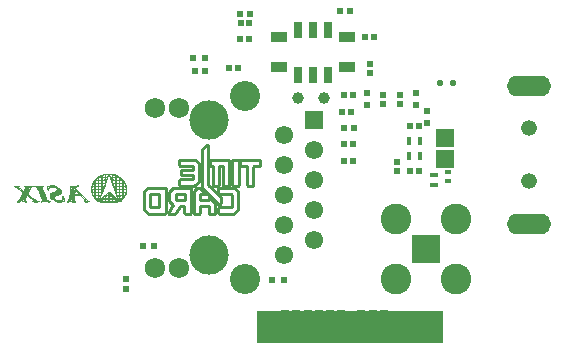
<source format=gbs>
G04*
G04 #@! TF.GenerationSoftware,Altium Limited,Altium Designer,24.1.2 (44)*
G04*
G04 Layer_Color=16711935*
%FSLAX44Y44*%
%MOMM*%
G71*
G04*
G04 #@! TF.SameCoordinates,BDBBCEB5-9933-478C-A866-C286992FDBA5*
G04*
G04*
G04 #@! TF.FilePolarity,Negative*
G04*
G01*
G75*
%ADD22R,0.4725X0.5153*%
%ADD26R,0.5725X0.6153*%
%ADD27R,0.4725X0.5811*%
%ADD29R,0.6000X0.5000*%
%ADD31R,0.5000X0.6000*%
%ADD33R,0.5153X0.4725*%
%ADD34C,1.0000*%
%ADD45R,15.8500X2.8250*%
%ADD56R,0.6700X2.2450*%
%ADD57C,3.3260*%
%ADD58R,1.5540X1.5540*%
%ADD59C,1.5540*%
%ADD60C,1.7260*%
%ADD61C,2.5510*%
%ADD62C,2.6018*%
%ADD63R,2.4248X2.4248*%
%ADD64O,3.7360X1.7360*%
%ADD65C,1.3260*%
%ADD66C,0.5760*%
%ADD89R,0.5200X0.5200*%
%ADD90R,0.6153X0.5725*%
%ADD91R,0.5811X0.4725*%
%ADD94R,0.5596X0.5621*%
%ADD95R,1.5562X1.5544*%
%ADD96R,0.4500X0.6750*%
%ADD97R,0.6750X0.4500*%
%ADD98R,0.5000X0.4000*%
%ADD100R,1.3260X0.9260*%
%ADD101R,0.7260X1.3260*%
%ADD102C,0.0327*%
%ADD103C,0.2200*%
D22*
X821690Y654026D02*
D03*
Y646454D02*
D03*
X824230Y711176D02*
D03*
Y703604D02*
D03*
X810260Y711176D02*
D03*
Y703604D02*
D03*
D26*
X592750Y546964D02*
D03*
Y555536D02*
D03*
D27*
X798750Y729595D02*
D03*
Y736905D02*
D03*
D29*
X847500Y697250D02*
D03*
Y687250D02*
D03*
X796290Y702390D02*
D03*
Y712390D02*
D03*
X838200Y702390D02*
D03*
Y712390D02*
D03*
D31*
X649500Y742000D02*
D03*
X659500D02*
D03*
X716000Y554750D02*
D03*
X726000D02*
D03*
X616500Y582750D02*
D03*
X606500D02*
D03*
D33*
X794464Y760000D02*
D03*
X802036D02*
D03*
X777264Y711200D02*
D03*
X784836D02*
D03*
X775500Y696250D02*
D03*
X783071D02*
D03*
X840716Y684530D02*
D03*
X833144D02*
D03*
X777264Y669290D02*
D03*
X784836D02*
D03*
X777264Y655320D02*
D03*
X784836D02*
D03*
X833144Y646430D02*
D03*
X840716D02*
D03*
D34*
X759750Y708750D02*
D03*
X738250D02*
D03*
D45*
X781750Y514625D02*
D03*
D56*
X764896Y517930D02*
D03*
X727250D02*
D03*
X736662D02*
D03*
X755485D02*
D03*
X746073D02*
D03*
X774308D02*
D03*
X801146D02*
D03*
X810558D02*
D03*
X791735D02*
D03*
D57*
X662940Y689610D02*
D03*
Y575310D02*
D03*
D58*
X751840Y689610D02*
D03*
D59*
X726440Y676910D02*
D03*
X751840Y664210D02*
D03*
X726440Y651510D02*
D03*
X751840Y638810D02*
D03*
X726440Y626110D02*
D03*
X751840Y613410D02*
D03*
X726440Y600710D02*
D03*
X751840Y588010D02*
D03*
X726440Y575310D02*
D03*
D60*
X637540Y700260D02*
D03*
X617240D02*
D03*
X637540Y564660D02*
D03*
X617240D02*
D03*
D61*
X693440Y709910D02*
D03*
Y555010D02*
D03*
D62*
X821350Y605900D02*
D03*
X872150D02*
D03*
X821350Y555100D02*
D03*
X872150D02*
D03*
D63*
X846750Y580500D02*
D03*
D64*
X933450Y601900D02*
D03*
Y718900D02*
D03*
D65*
Y637900D02*
D03*
Y682900D02*
D03*
D66*
X869100Y721360D02*
D03*
X858100D02*
D03*
D89*
X689000Y779750D02*
D03*
X697000D02*
D03*
D90*
X773214Y782000D02*
D03*
X781786D02*
D03*
X659036Y731000D02*
D03*
X650464D02*
D03*
D91*
X687155Y733750D02*
D03*
X679845D02*
D03*
X696655Y771750D02*
D03*
X689345D02*
D03*
X696155Y758500D02*
D03*
X688845D02*
D03*
D94*
X777038Y683260D02*
D03*
X785062D02*
D03*
D95*
X862330Y674239D02*
D03*
Y656721D02*
D03*
D96*
X832305Y671830D02*
D03*
X841555D02*
D03*
X832305Y659130D02*
D03*
X841555D02*
D03*
D97*
X852750Y634375D02*
D03*
Y643625D02*
D03*
D98*
X865250Y646000D02*
D03*
Y638000D02*
D03*
D100*
X779250Y759700D02*
D03*
X721750D02*
D03*
Y734300D02*
D03*
X779250D02*
D03*
D101*
X763200Y765750D02*
D03*
X750500D02*
D03*
X737800D02*
D03*
Y728250D02*
D03*
X750500D02*
D03*
X763200D02*
D03*
D102*
X571686Y630881D02*
X571735Y630964D01*
X571649Y630212D02*
X571686Y630881D01*
X571649Y630212D02*
X571670Y629455D01*
X571344Y628811D02*
X571739Y628733D01*
X577653Y627703D02*
X577779Y627575D01*
X577526Y627542D02*
X577653Y627703D01*
X586550Y629254D02*
X586608Y629203D01*
X586420Y629092D02*
X586550Y629254D01*
X586269Y628936D02*
X586420Y629092D01*
X585996Y628834D02*
X586269Y628936D01*
X584857Y628743D02*
X585996Y628834D01*
X585624Y628642D02*
X586190Y628730D01*
X586511Y628915D01*
X586608Y629203D01*
X584793Y628645D02*
X585624Y628642D01*
X582945Y631108D02*
X583167Y631033D01*
X582754Y631097D02*
X582945Y631108D01*
X582694Y631009D02*
X582754Y631097D01*
X582694Y631009D02*
X582978Y630279D01*
X583656Y631198D02*
X584919Y631250D01*
X583656Y631198D02*
X583665Y630526D01*
X583477Y628707D02*
X584857Y628743D01*
X583477Y628707D02*
X584793Y628645D01*
X583167Y631033D02*
X583317Y630854D01*
X582978Y630279D02*
X583286Y629585D01*
X583317Y630854D02*
X583350Y630093D01*
X583665Y630526D02*
X583674Y629854D01*
X583710Y630492D01*
X583746Y631132D01*
X583286Y629585D02*
X583350Y630093D01*
X583746Y631132D02*
X585088Y631092D01*
X582980Y631392D02*
X583194Y631122D01*
X583488Y630899D01*
X583571Y630919D01*
X583633Y631023D01*
X583746Y631134D01*
X583989Y631223D01*
X582980Y631392D02*
X583003Y631449D01*
X583989Y631223D02*
X584857Y631333D01*
X583567Y631466D02*
X584776Y631432D01*
X586703Y631217D02*
X587918Y631252D01*
X586703Y631217D02*
X587912Y631154D01*
X585846Y631250D02*
X586305Y631177D01*
X584919Y631250D02*
X585846Y631250D01*
X585088Y631092D02*
X585998Y631101D01*
X584857Y631333D02*
X585986Y631397D01*
X585998Y631101D02*
X586305Y631177D01*
X584776Y631432D02*
X585986Y631397D01*
X586364Y632821D02*
X586372Y632206D01*
X586453Y631902D01*
X586542Y632358D01*
X583502Y633169D02*
X583534Y632318D01*
X586542Y632358D02*
X586568Y633569D01*
X583322Y631670D02*
X583435Y632318D01*
X583229Y631516D02*
X583322Y631670D01*
X583109Y631466D02*
X583229Y631516D01*
X583003Y631449D02*
X583109Y631466D01*
X583534Y632318D02*
X583567Y631466D01*
X582170Y632475D02*
X582548Y631655D01*
X582719Y631517D01*
X582422Y631683D02*
X582481Y631556D01*
X582267Y631736D02*
X582422Y631683D01*
X582105Y631890D02*
X582267Y631736D01*
X582481Y631556D02*
X582595Y631395D01*
X582037Y632272D02*
X582105Y631890D01*
X583435Y632318D02*
X583502Y633169D01*
X582158Y633776D02*
X582618Y633792D01*
X581884Y633649D02*
X582158Y633776D01*
X581884Y633649D02*
X581930Y633243D01*
X582170Y632475D01*
X581500Y634155D02*
X582444D01*
X581956Y632690D02*
X582037Y632272D01*
X581723Y632867D02*
X581956Y632690D01*
X581549Y632930D02*
X581723Y632867D01*
X581443Y633076D02*
X581549Y632930D01*
X581345Y633854D02*
X581443Y633076D01*
X582444Y634155D02*
X583387D01*
X581297Y634052D02*
X581345Y633854D01*
X571735Y630964D02*
X571803Y630882D01*
X571670Y629455D02*
X571803Y629897D01*
X571868Y630464D01*
X571803Y630882D02*
X571868Y630464D01*
X572421Y630526D02*
X572528Y631013D01*
X572448Y631091D02*
X572528Y631013D01*
X572090Y631078D02*
X572267Y631108D01*
X571983Y630967D02*
X572090Y631078D01*
X571918Y630355D02*
X571983Y630967D01*
X571918Y630355D02*
X571953Y629904D01*
X572054Y629784D01*
X572212Y629992D02*
X572421Y630526D01*
X572054Y629784D02*
X572212Y629992D01*
X572267Y631108D02*
X572448Y631091D01*
X589584Y635559D02*
X589647Y634871D01*
X589422Y636036D02*
X589451Y635200D01*
X589317Y635068D02*
X589422Y636036D01*
X588492Y636606D02*
X588764Y636475D01*
X589520Y635166D02*
X589584Y635559D01*
X586782Y641544D02*
X587240Y641219D01*
X587890Y639391D02*
X589033Y639340D01*
X587957Y640323D02*
X589033Y639340D01*
X588979Y639486D02*
X589051Y639655D01*
X586434Y641678D02*
X586782Y641544D01*
X586290Y641640D02*
X586434Y641678D01*
X586344Y641544D02*
X586475Y641359D01*
X586538Y641099D01*
X586558Y640956D01*
X586583Y641054D01*
X586639Y641246D01*
X586766Y641308D01*
X587335Y641041D01*
X587549Y640932D01*
X587240Y641219D02*
X587549Y640932D01*
X586792Y641315D02*
X587957Y640323D01*
X586290Y641640D02*
X586344Y641544D01*
X589051Y639655D02*
X589138Y639621D01*
X588905Y639333D02*
X588979Y639486D01*
X589119Y639163D02*
X589232Y639338D01*
X589094Y638928D02*
X589152Y637887D01*
X589138Y639621D02*
X589232Y639338D01*
X588736Y639230D02*
X588905Y639333D01*
X587989Y639132D02*
X588736Y639230D01*
X587350Y639094D02*
X587989Y639132D01*
X587350Y639094D02*
X588136Y639068D01*
X588765Y639080D01*
X589119Y639163D01*
X586748Y639441D02*
X587890Y639391D01*
X587944Y638916D02*
X589094Y638928D01*
X587132Y638868D02*
X587944Y638916D01*
X586726Y639028D02*
X586792Y639121D01*
X586524Y634626D02*
X586568Y633569D01*
X586488Y634808D02*
X586524Y634626D01*
X586446Y634710D02*
X586488Y634808D01*
X586279Y634229D02*
X586446Y634710D01*
X585995Y633978D02*
X586279Y634229D01*
X585749Y633859D02*
X585995Y633978D01*
X586224Y633676D02*
X586333Y633527D01*
X586269Y636231D02*
X586283Y635155D01*
X586333Y633527D02*
X586364Y632821D01*
X585749Y633859D02*
X586027Y633757D01*
X586224Y633676D01*
X586168Y636540D02*
X586294Y636457D01*
X585888Y636603D02*
X586168Y636540D01*
X585144Y636290D02*
X586058Y636308D01*
X586255Y636366D01*
X586294Y636457D01*
X584955Y634070D02*
X586255Y634076D01*
X584984Y634115D02*
X586255Y634076D01*
X584970Y636305D02*
X586269Y636231D01*
X586222Y634155D02*
X586283Y635155D01*
X584983Y634155D02*
X586222D01*
X585078Y636663D02*
X585888Y636603D01*
X582926Y636638D02*
X583271Y636527D01*
X582295Y636661D02*
X582926Y636638D01*
X582386Y636338D02*
X583046Y636415D01*
X583271Y636527D01*
X584283Y636630D02*
X585078Y636663D01*
X584023Y636576D02*
X584283Y636630D01*
X583925Y636496D02*
X584023Y636576D01*
X583925Y636496D02*
X584283Y636367D01*
X585144Y636290D01*
X583656Y634065D02*
X584955Y634070D01*
X583713Y634155D02*
X584984Y634115D01*
X583713Y634155D02*
X583750Y635364D01*
X583746Y636305D02*
X584970D01*
X583746Y635230D02*
Y636305D01*
Y634155D02*
X584983D01*
X583746D02*
Y635230D01*
X584133Y641951D02*
X584463Y641919D01*
X585115Y641924D01*
X583265Y641837D02*
X583482Y641904D01*
X581996Y641861D02*
X583265Y641837D01*
X582043Y641592D02*
X583298D01*
X582043Y641950D02*
X583134Y642013D01*
X582034Y641502D02*
X583387D01*
Y640419D02*
Y641502D01*
X583705Y637942D02*
X583728Y637694D01*
X583685Y637787D02*
X583705Y637942D01*
X583663Y636440D02*
X583685Y637787D01*
X583656Y634065D02*
X583663Y636440D01*
X583728Y637694D02*
X583750Y635364D01*
X583570Y637694D02*
X583586Y634903D01*
X587883Y636661D02*
X588492Y636606D01*
X587249Y636632D02*
X587883Y636661D01*
X586901Y636515D02*
X587249Y636632D01*
X586901Y636515D02*
X587123Y636398D01*
X587786Y636326D01*
X588496Y636349D01*
X588694Y636401D01*
X587927Y636305D02*
X589137Y636231D01*
X586792Y636305D02*
X587927D01*
X586792Y635230D02*
Y636305D01*
Y636664D02*
X587763D01*
X588592Y636686D01*
X586792Y636664D02*
Y637649D01*
X588694Y636401D02*
X588764Y636475D01*
X589089Y634155D02*
X589150Y635155D01*
X589137Y636231D02*
X589150Y635155D01*
X588592Y636686D02*
X589019Y636826D01*
X589119Y636974D01*
X589165Y637191D01*
X589137Y633722D02*
X589151Y632549D01*
X589152Y637887D02*
X589165Y637191D01*
X574947Y640634D02*
X574984Y641326D01*
X574920Y641565D02*
X574984Y641326D01*
X574833Y641232D02*
X574920Y641565D01*
X574812Y640551D02*
X574833Y641232D01*
X574812Y640551D02*
X574838Y639621D01*
X574947Y640634D01*
X574569Y640472D02*
X574622Y641681D01*
X574610Y639058D02*
X574640Y639159D01*
X574627Y639251D02*
X574640Y639159D01*
X574627Y639251D02*
X574675Y639280D01*
X574821Y640411D02*
X574931Y639439D01*
X574821Y640411D02*
X574836Y641320D01*
X574898Y641573D01*
X574864Y642190D02*
X574940Y641950D01*
X574964Y640414D02*
Y641502D01*
X574933Y643652D02*
X575003Y643855D01*
X575007Y643544D02*
X575148Y643893D01*
X574940Y641950D02*
X575025Y641858D01*
X575623Y643982D02*
X576432Y644011D01*
X575183Y643836D02*
X575623Y643982D01*
X575000Y643483D02*
X575183Y643836D01*
X574964Y642834D02*
X575000Y643483D01*
X574964Y641874D02*
Y642834D01*
Y641874D02*
X575790Y641890D01*
X576242Y641915D01*
X576522Y641994D01*
X576701Y642168D01*
X575025Y641858D02*
X575122Y641819D01*
X574327Y636575D02*
X574343Y636494D01*
X574160Y636627D02*
X574327Y636575D01*
X573376Y636644D02*
X574160Y636627D01*
X572637Y636573D02*
X573376Y636644D01*
X572384Y636455D02*
X572637Y636573D01*
X572384Y636455D02*
X572727Y636338D01*
X573362Y636309D02*
X573998Y636363D01*
X574343Y636494D01*
X572727Y636338D02*
X573362Y636309D01*
X574979Y638321D02*
X575007Y638710D01*
X574979Y638321D02*
X574993Y637649D01*
X575230Y638187D02*
X575373Y638606D01*
X574993Y637649D02*
X575230Y638187D01*
X579948Y638988D02*
X580221Y638874D01*
X579803Y638835D02*
X579844Y638944D01*
X579803Y638835D02*
X580065Y638073D01*
X579815Y639113D02*
X579973Y639140D01*
X579815Y639113D02*
X580027Y639096D01*
X579844Y638944D02*
X579948Y638988D01*
X571868Y636917D02*
X571982Y636754D01*
X571754Y636868D02*
X571868Y636917D01*
X571473Y636344D02*
X571678Y636408D01*
X571741Y636517D01*
X571782Y636640D01*
X571918Y636484D01*
X572036Y636335D01*
X571746Y638635D02*
X571855Y637933D01*
X571629Y637924D02*
X571746Y638635D01*
X571564Y640414D02*
X571623Y641185D01*
X571559Y640427D02*
Y641502D01*
Y639352D02*
Y640427D01*
X571498Y637873D02*
X571526Y638993D01*
X571470Y636753D02*
X571498Y637873D01*
X572036Y636335D02*
X572088Y636339D01*
X575230Y639006D02*
X575384Y638859D01*
X575097Y638947D02*
X575230Y639006D01*
X575007Y638710D02*
X575097Y638947D01*
X575373Y638606D02*
X575384Y638859D01*
X575022Y639503D02*
X575136Y639381D01*
X575342Y639384D01*
X575533Y639461D01*
X574990Y639141D02*
X575544Y638725D01*
X575639Y638683D02*
X575678Y638846D01*
X575568Y639079D02*
X575678Y638846D01*
X575278Y639205D02*
X575568Y639079D01*
X575060Y639269D02*
X575278Y639205D01*
X574931Y639439D02*
X575060Y639269D01*
X575544Y638725D02*
X575639Y638683D01*
X574675Y639280D02*
X574990Y639141D01*
X575533Y639461D02*
X575710Y639638D01*
X576188Y641463D02*
X576398Y641368D01*
X575681Y641502D02*
X576188Y641463D01*
X574964Y640414D02*
X575022Y639503D01*
X575710Y639638D02*
X576059Y640337D01*
X576398Y641368D01*
X574964Y641502D02*
X575681D01*
X574586Y642970D02*
X574631Y641861D01*
X571881Y642646D02*
X571893Y641945D01*
X571881Y642646D02*
X571947Y643000D01*
X572107Y643223D01*
X572461Y643395D01*
X573111Y643593D01*
X572119Y643432D02*
X572994Y643721D01*
X571447Y643151D02*
X572119Y643432D01*
X572325Y643245D02*
X572929Y643472D01*
X572064Y642971D02*
X572325Y643245D01*
X572007Y642570D02*
X572064Y642971D01*
X572007Y641950D02*
Y642570D01*
Y641950D02*
X573262D01*
X574516D02*
X574549Y642903D01*
X573262Y641950D02*
X574516D01*
X571623Y641185D02*
X571774Y641646D01*
X571889Y640592D02*
X571950Y641681D01*
X573286D01*
X574622D01*
X571665Y641898D02*
X571761Y641861D01*
X571489Y642936D02*
X571559Y642491D01*
X571466Y642131D02*
X571559Y642491D01*
X571310Y643060D02*
X571372Y643026D01*
X571488Y642993D01*
X571559Y642889D02*
X571582Y642443D01*
X571603Y642010D01*
X571488Y642993D02*
X571559Y642889D01*
X571310Y643060D02*
X571447Y643151D01*
X575148Y643893D02*
X575211Y643944D01*
X575103Y643938D02*
X575211Y643944D01*
X575003Y643855D02*
X575103Y643938D01*
X577920Y643976D02*
X578059Y643841D01*
X576432Y644011D02*
X576946Y644003D01*
X574881Y642876D02*
X574933Y643652D01*
X574881Y642876D02*
X574888Y641861D01*
X574926Y642831D01*
X575007Y643544D01*
X574898Y641573D02*
X575000Y641707D01*
X575122Y641819D01*
X574757Y642928D02*
X574864Y642190D01*
X574736Y643688D02*
X574757Y642928D01*
X577212Y643528D02*
X577265Y643805D01*
X577200Y643948D02*
X577265Y643805D01*
X576946Y644003D02*
X577200Y643948D01*
X576701Y642168D02*
X576853Y642476D01*
X577212Y643528D01*
X578059Y643841D02*
X578143Y643458D01*
X578242Y642923D01*
X578416Y642424D01*
X579176Y644014D02*
X580251Y643922D01*
X577835Y643968D02*
X577920Y643976D01*
X571564Y640414D02*
X571602Y639663D01*
X571741Y639260D01*
X571835Y639124D01*
X571918Y641502D02*
X573272D01*
X574586Y642970D02*
X574605Y643818D01*
X573111Y643593D02*
X573796Y643820D01*
X573841Y643871D01*
X572994Y643721D02*
X573676Y643874D01*
X574549Y642903D02*
X574581Y643855D01*
X574015Y643731D02*
X574581Y643855D01*
X572929Y643472D02*
X574015Y643731D01*
X573676Y643874D02*
X573841Y643871D01*
X580330Y641356D02*
X580392Y641571D01*
X580330Y641356D02*
X580363Y640660D01*
X580463Y639621D01*
X580392Y641571D02*
X580474Y641213D01*
X580268Y639248D02*
X580484Y639461D01*
X580341Y640427D02*
Y641502D01*
X579541Y639501D02*
X579703Y639384D01*
X579921Y639352D01*
X580153Y639378D01*
X580278Y639511D01*
X580341Y640427D01*
X579973Y639140D02*
X580268Y639248D01*
X580065Y638073D02*
X580327Y637470D01*
X580334Y638112D01*
X580303Y638601D02*
X580334Y638112D01*
X580221Y638874D02*
X580303Y638601D01*
X580027Y639096D02*
X580350Y639034D01*
X580562Y638904D01*
X580661Y638814D01*
X580696Y638904D01*
X580782Y638582D02*
X580870Y638819D01*
X580731Y637453D02*
X580782Y638582D01*
X580870Y638819D02*
X581047Y638943D01*
X583377Y640696D02*
X583455Y639800D01*
X583556Y640696D01*
X583374Y637918D02*
X583388Y639262D01*
X583374Y637918D02*
X583385Y635382D01*
X583535Y638993D02*
X583570Y637694D01*
X583387Y639336D02*
Y640419D01*
X583325Y638718D02*
X583353Y637626D01*
X583298Y636753D02*
X583353Y637626D01*
X583535Y638993D02*
X584940Y639014D01*
X586568Y639007D01*
X586726Y639028D01*
X586794Y638769D02*
X587132Y638868D01*
X586792Y637649D02*
X586794Y638769D01*
X586255Y638014D02*
Y639006D01*
X584992Y638974D02*
X586255Y639006D01*
X583730Y638942D02*
X584992Y638974D01*
X583730Y638942D02*
X583783Y637848D01*
X583835Y636753D01*
X585045D02*
X585899Y636793D01*
X586255Y636888D01*
Y638014D01*
X583835Y636753D02*
X585045D01*
X580520Y642112D02*
X580609Y642042D01*
X580364Y641978D02*
X580511Y642140D01*
X580232Y641757D02*
X580364Y641978D01*
X580232Y641757D02*
X580319Y641681D01*
X580403Y641613D01*
X579612Y641502D02*
X580341D01*
X579447Y641950D02*
X580251D01*
X580511Y642140D02*
X580520Y642112D01*
X579823Y638511D02*
X579968Y638226D01*
X579620Y638635D02*
X579823Y638511D01*
X579485Y638717D02*
X579620Y638635D01*
X579323Y638940D02*
X579485Y638717D01*
X579968Y638226D02*
X580013Y637912D01*
X586292Y639222D02*
X586792Y639121D01*
X583388Y639262D02*
X585090Y639263D01*
X586725Y640382D02*
X586792Y641315D01*
X586725Y640382D02*
X586748Y639441D01*
X583746Y639352D02*
X585045D01*
X586344D01*
Y640427D01*
X583746Y641502D02*
X585045D01*
X583856Y642172D02*
X583943Y642025D01*
X584133Y641951D01*
X585115Y641924D02*
X585377Y642021D01*
X585250Y642209D02*
X585377Y642021D01*
X583736Y641490D02*
X583960Y641623D01*
X584373Y641701D01*
X585090Y641810D01*
X584428Y641835D02*
X585090Y641810D01*
X585090Y639263D02*
X586292Y639222D01*
X586344Y640427D02*
Y641502D01*
X585045D02*
X586344D01*
X583746Y639352D02*
Y640427D01*
X583919Y641918D02*
X584428Y641835D01*
X580731Y637453D02*
X580789Y636753D01*
X580538Y637291D02*
X580670Y635511D01*
X580476Y637827D02*
X580538Y637291D01*
X580324Y637574D02*
X580476Y637827D01*
X580141Y637275D02*
X580324Y637574D01*
X579934Y637357D02*
X580047Y637272D01*
X579812Y637554D02*
X579934Y637357D01*
X579916Y637701D02*
X580013Y637912D01*
X580047Y637272D02*
X580141Y637275D01*
X579812Y637554D02*
X579916Y637701D01*
X580696Y638904D02*
X581046Y639032D01*
X581908Y639086D01*
X583119Y639089D01*
X581993Y639131D02*
X583119Y639089D01*
X581090Y639227D02*
X581993Y639131D01*
X580866Y639323D02*
X581090Y639227D01*
X580756Y639461D02*
X580866Y639323D01*
X580789Y639441D02*
X582088Y639389D01*
X583387Y639336D01*
X582948Y638887D02*
X583325Y638718D01*
X582066Y638974D02*
X582948Y638887D01*
X581047Y638943D02*
X582066Y638974D01*
X581688Y636603D02*
X582295Y636661D01*
X581416Y636474D02*
X581688Y636603D01*
X581416Y636474D02*
X581484Y636399D01*
X581678Y636350D01*
X582386Y636338D01*
X583348Y634496D02*
X583385Y635382D01*
X582791Y636277D02*
X583268Y636186D01*
X581909Y636302D02*
X582791Y636277D01*
X581072Y636266D02*
X581909Y636302D01*
X580732Y636171D02*
X581072Y636266D01*
X580732Y636171D02*
X581147Y635095D01*
X581500Y634155D01*
X583352Y635821D02*
X583387Y635110D01*
X583268Y636186D02*
X583352Y635821D01*
X580789Y636753D02*
X582043D01*
X583298D01*
X580463Y639621D02*
X580492Y640531D01*
X580474Y641213D02*
X580492Y640531D01*
X580638Y639660D02*
X580756Y639461D01*
X580484D02*
X580638Y639660D01*
X580917Y641972D02*
X581996Y641861D01*
X580609Y642042D02*
X580917Y641972D01*
X580472Y641421D02*
X580548Y640741D01*
X580576Y639800D01*
X580682Y640696D01*
X580789Y641592D01*
X582043D01*
X580789Y641950D02*
X582043D01*
X580681Y641502D02*
X580735Y640472D01*
X580789Y639441D01*
X580681Y641502D02*
X582034D01*
X580403Y641613D02*
X580472Y641421D01*
X579036Y641444D02*
X579612Y641502D01*
X578955Y641348D02*
X579036Y641444D01*
X578955Y641348D02*
X578973Y641189D01*
X579282Y640113D01*
X579541Y639501D01*
X578562Y642178D02*
X578745Y642034D01*
X579447Y641950D01*
X578972Y639680D02*
X579323Y638940D01*
X578671Y640591D02*
X578972Y639680D01*
X578524Y641408D02*
X578671Y640591D01*
X578442Y642027D02*
X578524Y641408D01*
X578308Y642347D02*
X578442Y642027D01*
X578280Y642219D02*
X578336Y642076D01*
X578218Y642112D02*
X578336Y642076D01*
X578223Y642359D02*
X578280Y642219D01*
X583520Y642191D02*
X583520Y642036D01*
X583482Y641904D02*
X583520Y642036D01*
X583298Y641592D02*
X583377Y640696D01*
X583556D02*
X583626Y641211D01*
X583736Y641490D01*
X583622Y642081D02*
X583919Y641918D01*
X583134Y642013D02*
X583296Y642152D01*
X583746Y640427D02*
Y641502D01*
X583520Y642191D02*
X583622Y642081D01*
X589512Y634592D02*
X589520Y635166D01*
X589512Y634592D02*
X589583Y634180D01*
X589627Y634144D01*
X589654Y634262D01*
X589647Y634871D02*
X589654Y634262D01*
X589523Y633906D02*
X589594Y633987D01*
X589579Y634107D02*
X589594Y633987D01*
X589451Y635200D02*
X589579Y634107D01*
X589660Y634155D02*
Y635230D01*
Y632623D02*
Y633796D01*
X590741D01*
X589660Y634155D02*
X590735D01*
X588887Y631224D02*
X589123Y631151D01*
X587918Y631252D02*
X588887Y631224D01*
X587912Y631154D02*
X589122Y631092D01*
X589706Y631157D02*
X589959Y631235D01*
X590919Y631252D01*
X589539Y631242D02*
X589966Y631408D01*
X589660Y631108D02*
X590814D01*
X589660Y631450D02*
X590869Y631503D01*
X589966Y631408D02*
X590925Y631466D01*
X589440Y629223D02*
X589542Y629055D01*
X589343Y629238D02*
X589440Y629223D01*
X589340Y629097D02*
X589343Y629238D01*
X589633Y628437D02*
X589863Y628533D01*
X590744Y628599D01*
X589683Y628936D02*
X589972Y628847D01*
X589660Y628599D02*
X590635D01*
X589734Y628943D02*
X590878Y628927D01*
X589972Y628847D02*
X590794Y628764D01*
X590744Y628599D02*
X591436Y628573D01*
X591637Y628521D01*
X591753Y628425D01*
X591763Y628044D01*
X591534Y627324D02*
X591763Y628044D01*
X591875Y627784D02*
X592078Y628478D01*
X591907Y628889D02*
X592050Y629002D01*
X591618Y628813D02*
X591907Y628889D01*
X590794Y628764D02*
X591618Y628813D01*
X591353Y628551D02*
X591710Y628437D01*
X590635Y628599D02*
X591353Y628551D01*
X591669Y628027D02*
X591710Y628437D01*
X590878Y628927D02*
X591947Y628987D01*
X592065Y629874D01*
X589123Y631151D02*
X589231Y631033D01*
X589122Y631092D02*
X589149Y630428D01*
X589185Y629976D01*
X589252Y630272D01*
X589231Y631033D02*
X589252Y630272D01*
X589284Y631466D02*
X589354Y632497D01*
X589234Y631025D02*
X589359Y630829D01*
X589551Y631023D02*
X589706Y631157D01*
X589485Y631254D02*
X589539Y631242D01*
X589443Y631453D02*
X589485Y631254D01*
X589410Y632273D02*
X589443Y631453D01*
X589660Y630063D02*
Y631108D01*
Y631450D02*
Y632623D01*
X589359Y630829D02*
X589551Y631023D01*
X589125Y631165D02*
X589234Y631025D01*
X592169Y631257D02*
X592205Y631146D01*
X592169Y631257D02*
X592213Y631405D01*
X592318Y631466D01*
X592389Y631723D01*
X592391Y632298D01*
X592338Y632902D02*
X592391Y632298D01*
X592243Y633244D02*
X592338Y632902D01*
X592169Y632392D02*
X592190Y633024D01*
X592169Y631466D02*
Y632392D01*
X592049Y632419D02*
X592079Y631556D01*
X591920Y633539D02*
X592049Y632419D01*
X592342Y633047D02*
X592421Y631293D01*
X592190Y633024D02*
X592243Y633244D01*
X589158Y634275D02*
X589317Y635068D01*
X589031Y634076D02*
X589158Y634275D01*
X588853Y633966D02*
X589031Y634076D01*
X588696Y633863D02*
X589086Y633842D01*
X589523Y633906D01*
X588696Y633863D02*
X588853Y633966D01*
X590919Y631252D02*
X592079Y631198D01*
X590925Y631466D02*
X592169D01*
X591661Y631057D02*
X592075Y630935D01*
X590814Y631108D02*
X591661Y631057D01*
X591815Y633657D02*
X591920Y633539D01*
X591594Y633736D02*
X591815Y633657D01*
X590741Y633796D02*
X591594Y633736D01*
X590869Y631503D02*
X592079Y631556D01*
X590735Y634155D02*
X591810Y634228D01*
X592078Y628478D02*
X592155Y628945D01*
X592121Y629098D02*
X592155Y628945D01*
X592050Y629002D02*
X592121Y629098D01*
X592079Y631198D02*
X592177Y630212D01*
X592274Y629226D01*
X592344Y630260D01*
X592357Y630953D01*
X592291Y631171D02*
X592357Y630953D01*
X592205Y631146D02*
X592291Y631171D01*
X592075Y630935D02*
X592117Y630552D01*
X592065Y629874D02*
X592117Y630552D01*
X565686Y631948D02*
X565771Y631645D01*
X565846Y631948D01*
X565914Y631407D02*
X567303Y631437D01*
X565914Y631407D02*
X567303Y631302D01*
X566093Y631217D02*
X567309Y631252D01*
X566093Y631217D02*
X567303Y631154D01*
X564366Y631108D02*
X565645D01*
X566155Y632454D02*
X566216Y631466D01*
X565454Y631667D02*
X565576Y631829D01*
X565645Y632622D01*
X566183Y631108D02*
X567348D01*
X564896Y634107D02*
X565669Y634176D01*
X564122Y634038D02*
X564896Y634107D01*
X563109Y631096D02*
X563213Y631259D01*
X567303Y631154D02*
X568513Y631092D01*
X568558Y631749D02*
X568599Y631571D01*
X568664Y631539D01*
X568814Y631534D01*
X568998Y631748D02*
X569050Y631564D01*
X568871Y631825D02*
X568998Y631748D01*
X566216Y631466D02*
X567081D01*
X567876Y631496D01*
X568305Y631651D01*
X569029Y631959D02*
X569146Y631575D01*
X569506Y631473D01*
X570260Y631503D01*
X571470Y631556D01*
X568936Y631376D02*
X569047Y631248D01*
X569289Y631171D01*
X570344Y631144D01*
X569329Y631346D02*
X570350Y631241D01*
X569114Y631436D02*
X569329Y631346D01*
X569050Y631564D02*
X569114Y631436D01*
X570023Y631412D02*
X570341Y631429D01*
X570023Y631412D02*
X570046Y631394D01*
X569050Y634155D02*
X570305D01*
X569413Y631054D02*
X570320Y631108D01*
X569650Y633765D02*
X570414Y633796D01*
X569221Y633629D02*
X569650Y633765D01*
X569036Y633322D02*
X569221Y633629D01*
X569006Y632779D02*
X569036Y633322D01*
X569006Y632779D02*
X569029Y631959D01*
X569017Y630917D02*
X569413Y631054D01*
X567303Y631437D02*
X568284Y631418D01*
X567303Y631302D02*
X568284Y631268D01*
X568272Y631224D02*
X568510Y631153D01*
X567309Y631252D02*
X568272Y631224D01*
X567348Y631108D02*
X568513D01*
X563213Y631259D02*
X563405Y631300D01*
X571022Y631364D02*
X572194Y631378D01*
X572428Y631408D01*
X572369Y631448D02*
X572428Y631408D01*
X572071Y631529D02*
X572369Y631448D01*
X571915Y631667D02*
X572071Y631529D01*
X571862Y631943D02*
X571915Y631667D01*
X571862Y631943D02*
X571869Y632438D01*
X571954Y632699D02*
X571972Y631860D01*
X572061Y631671D01*
X572218Y631568D01*
X572489Y631575D02*
X572744Y631735D01*
X572218Y631568D02*
X572489Y631575D01*
X571542Y631466D02*
X571596Y632587D01*
X570344Y631144D02*
X571649Y631179D01*
X570350Y631241D02*
X571649Y631179D01*
X571670Y633320D02*
X571722Y633499D01*
X571596Y632587D02*
X571670Y633320D01*
X570341Y631429D02*
X571542Y631466D01*
X570046Y631394D02*
X571022Y631364D01*
X570305Y634155D02*
X571559D01*
X571523Y632676D02*
X571576Y633796D01*
X570414D02*
X571576D01*
X571470Y631556D02*
X571523Y632676D01*
X570320Y631108D02*
X571559D01*
X564122Y634038D02*
X564973Y634007D01*
X565825Y633975D01*
X563255Y633505D02*
X563277Y633718D01*
X563171Y633728D02*
X563277Y633718D01*
X563069Y633563D02*
X563171Y633728D01*
X562983Y633228D02*
X563069Y633563D01*
X562866Y632214D02*
X562983Y633228D01*
X563106Y632379D02*
X563255Y633505D01*
X563811Y634194D02*
X564570Y634155D01*
X565645D01*
X566183D02*
X567348D01*
X568513D01*
X563495Y634289D02*
X563811Y634194D01*
X563495Y631534D02*
X564031Y631475D01*
X564666Y631488D01*
X565242Y631579D02*
X565454Y631667D01*
X564666Y631488D02*
X565242Y631579D01*
X563218Y631659D02*
X563495Y631534D01*
X571722Y633499D02*
X571776Y633512D01*
X571856Y633116D02*
X571869Y632438D01*
X571776Y633512D02*
X571856Y633116D01*
X573155Y633752D02*
X573419Y633653D01*
X572663Y633761D02*
X573155Y633752D01*
X572007Y633707D02*
X572663Y633761D01*
X571954Y632699D02*
X572007Y633707D01*
X572865Y632318D02*
X572943Y632362D01*
X573121Y632535D01*
X573304Y632931D01*
X573426Y633365D01*
X573419Y633653D02*
X573426Y633365D01*
X571918Y634155D02*
X572679Y634157D01*
X573275Y634198D01*
X563405Y631300D02*
X563672Y631329D01*
X563410Y631451D02*
X563672Y631329D01*
X563234Y631552D02*
X563410Y631451D01*
X563134Y631715D02*
X563234Y631552D01*
X563087Y631108D02*
X564366D01*
X563169Y632081D02*
X563220Y632824D01*
X563169Y632081D02*
X563218Y631659D01*
X563106Y632379D02*
X563134Y631715D01*
X562841Y631010D02*
X562866Y632214D01*
X568620Y633252D02*
X568658Y632676D01*
X568559Y632480D02*
X568620Y633252D01*
X568513Y632740D02*
Y633796D01*
X567363D02*
X568513D01*
X566533Y633744D02*
X567363Y633796D01*
X566153Y633619D02*
X566533Y633744D01*
X566153Y633619D02*
X566155Y632454D01*
X565138Y633761D02*
X565526Y633677D01*
X564374Y633796D02*
X565138Y633761D01*
X563341Y633796D02*
X564374D01*
X563220Y632824D02*
X563341Y633796D01*
X565610Y633318D02*
X565645Y632622D01*
X565526Y633677D02*
X565610Y633318D01*
X549242Y632949D02*
X549333Y633254D01*
X549606Y633357D01*
X549174Y632602D02*
X549242Y632949D01*
X572744Y631735D02*
X572903Y631972D01*
X572887Y632210D02*
X572903Y631972D01*
X572865Y632318D02*
X572887Y632210D01*
X573449Y632223D02*
X573546Y632299D01*
X577528Y623440D02*
X577832Y623519D01*
X577429Y623339D02*
X577528Y623440D01*
X577429Y623339D02*
X577473Y622147D01*
X577786Y622213D02*
X577849Y623038D01*
X577814Y623223D02*
X577868Y622192D01*
X577785Y621162D02*
X577786Y622213D01*
X576800Y626236D02*
X577170Y626154D01*
X576070Y626269D02*
X576800Y626236D01*
X575405Y626237D02*
X576070Y626269D01*
X575192Y626161D02*
X575405Y626237D01*
X575192Y626161D02*
X575560Y626082D01*
X576293Y626045D01*
X576960Y626075D01*
X577170Y626154D01*
X577588Y626383D02*
X577766Y626396D01*
X577459Y626236D02*
X577588Y626383D01*
X577433Y625981D02*
X577459Y626236D01*
X577793Y625869D02*
X577873Y625955D01*
X574948Y625864D02*
X576110Y625890D01*
X577750Y625680D02*
X577793Y625869D01*
X577473Y621072D02*
Y622147D01*
X577355Y622192D02*
X577384Y623223D01*
X576174D02*
X577384D01*
X576146Y621109D02*
X577327Y621162D01*
X577355Y622192D01*
X576219Y623699D02*
X577384Y623728D01*
X576219Y621072D02*
X577473D01*
X574948Y622175D02*
X574983Y622993D01*
X574920Y623285D02*
X574983Y622993D01*
X574833Y622900D02*
X574920Y623285D01*
X574813Y622092D02*
X574833Y622900D01*
X574964Y622139D02*
Y623223D01*
Y621056D02*
Y622139D01*
Y621056D02*
X576146Y621109D01*
X574964Y623223D02*
X576174D01*
X573531Y625628D02*
X574056Y625999D01*
X574146Y625966D01*
X574173Y625802D01*
X574234Y625660D01*
X574404Y625985D01*
X574618Y626350D01*
X574718Y626372D01*
X574829Y626297D01*
X574929Y626222D01*
X574995Y626239D01*
X575046Y626582D01*
X575140Y626981D01*
X572443Y624566D02*
X573531Y625628D01*
X573307Y623698D02*
X574516Y623726D01*
X574576Y624729D01*
X575001Y624767D02*
X575054Y623671D01*
X571589Y623693D02*
X571604Y623629D01*
X571691Y623433D01*
X572026Y623305D01*
X572590Y623248D01*
X572179Y623455D02*
X573157Y623369D01*
X572027Y623564D02*
X572179Y623455D01*
X572004Y623751D02*
X572027Y623564D01*
X572004Y623751D02*
X572129Y624112D01*
X572443Y624566D01*
X571495Y623537D02*
X571589Y623693D01*
X577368Y628117D02*
X577389Y627389D01*
X576716Y627927D02*
X577291Y628420D01*
X575574Y626843D02*
X576716Y627927D01*
X576130Y626305D02*
X577372Y626359D01*
X577389Y627389D01*
X575457Y627133D02*
X575754Y627263D01*
X575860Y627524D01*
X576028Y627845D01*
X575140Y626981D02*
X575457Y627133D01*
X577291Y628420D02*
X577368Y628117D01*
X574042Y623188D02*
X574486Y623103D01*
X573142Y623223D02*
X574042Y623188D01*
X574486Y623103D02*
X574571Y622738D01*
X571918Y623223D02*
X573142D01*
X577779Y627575D02*
X577832Y627266D01*
X577473Y627155D02*
X577526Y627542D01*
X577473Y627155D02*
X577524Y626792D01*
X577580Y626713D01*
X577653Y626717D01*
X577779Y626924D01*
X577433Y625981D02*
X577485Y624880D01*
X577542Y624337D01*
X577684Y624119D01*
X577764Y624174D01*
X577806Y624340D01*
X577777Y625003D02*
X577806Y624340D01*
X577384Y623728D02*
X577394Y624685D01*
X577868Y624791D02*
X577921Y623705D01*
X577750Y625680D02*
X577777Y625003D01*
X577779Y626924D02*
X577832Y627266D01*
X568787Y623857D02*
X568926Y623825D01*
X568810Y623461D02*
X569003Y623614D01*
X569511Y623183D02*
X569574Y623088D01*
X569339Y623223D02*
X569511Y623183D01*
X569155Y623057D02*
X569339Y623223D01*
X569865Y623786D02*
X569938Y624008D01*
X569865Y623786D02*
X569879Y623444D01*
X569917Y623073D01*
X569700Y623312D02*
X569917Y623073D01*
X569439Y623561D02*
X569700Y623312D01*
X569197Y623420D02*
X569439Y623561D01*
X568926Y623825D02*
X569003Y623614D01*
X569938Y624008D02*
X570061Y624061D01*
X570177Y624562D02*
X570211Y624208D01*
X570248Y623895D01*
X570201Y623896D02*
X570235Y623851D01*
X570061Y624061D02*
X570201Y623896D01*
X570177Y624562D02*
X570290Y624482D01*
X570235Y623851D02*
X570248Y623895D01*
X568623Y623763D02*
X568787Y623857D01*
X568281Y623628D02*
X568623Y623763D01*
X567715Y623557D02*
X568281Y623628D01*
X566990Y623533D02*
X567848Y623414D01*
X568405Y623386D01*
X568810Y623461D01*
X566990Y623533D02*
X567715Y623557D01*
X568807Y629224D02*
X568844Y628778D01*
X569032Y628908D02*
X569261Y628817D01*
X568916Y629078D02*
X569032Y628908D01*
X569158Y629213D02*
X569274Y628952D01*
X570484Y628957D01*
X568844Y628778D02*
X569310Y628655D01*
X570303Y628601D01*
X571291Y628624D01*
X570395Y628809D02*
X571344Y628811D01*
X569261Y628817D02*
X570395Y628809D01*
X570484Y628957D02*
X571559D01*
Y630033D02*
Y631108D01*
X570861Y626596D02*
X570997Y626395D01*
X571112Y626231D01*
X570818Y625924D02*
X571127Y626116D01*
X570587Y625801D02*
X570818Y625924D01*
X570570Y625761D02*
X570587Y625801D01*
X570570Y625761D02*
X570627Y625743D01*
X570728Y625702D01*
X570779Y625582D01*
X570542Y624336D02*
X570737Y625060D01*
X570290Y624482D02*
X570434Y624314D01*
X570737Y625060D02*
X570779Y625582D01*
X570434Y624314D02*
X570542Y624336D01*
X571112Y626231D02*
X571127Y626116D01*
X568843Y629225D02*
X568916Y629078D01*
X568807Y629224D02*
X568843Y629225D01*
X568513Y631092D02*
X568545Y630069D01*
X568577Y629047D01*
X568645Y629920D01*
X568619Y631040D02*
X568645Y629920D01*
X568513Y630033D02*
Y631108D01*
X568992Y630477D02*
X569052Y629815D01*
X569158Y629213D01*
X568513Y628957D02*
Y630033D01*
X568992Y630477D02*
X569017Y630917D01*
X568773Y626226D02*
X568824Y626431D01*
X568667Y626314D02*
X568824Y626431D01*
X568645Y626062D02*
X568773Y626226D01*
X570205Y628599D02*
X571050Y628550D01*
X569222Y628538D02*
X570205Y628599D01*
X569070Y628417D02*
X569222Y628538D01*
X569028Y628196D02*
X569070Y628417D01*
X569028Y628196D02*
X569036Y626404D01*
X569286Y626309D02*
X569867Y626269D01*
X570683D01*
X571124Y627267D01*
X569036Y626404D02*
X569286Y626309D01*
X569533Y623032D02*
X569547Y623312D01*
X569516Y622757D02*
X569533Y623032D01*
X569516Y622757D02*
X569735Y622771D01*
X569930Y622817D01*
X569817Y622664D02*
X569930Y622817D01*
X570354Y622637D02*
X570359Y622781D01*
X570537Y622764D01*
X570770Y622783D01*
X570929Y623033D01*
X571056Y623270D01*
X571195Y623316D01*
X571344Y623343D01*
X571495Y623537D01*
X569012Y622671D02*
X569155Y623057D01*
X568952Y622226D02*
X569012Y622671D01*
X568952Y622226D02*
X569014Y621888D01*
X569132Y621957D01*
X569310Y622279D01*
X569574Y623088D01*
X569198Y621162D02*
X570378Y622204D01*
X568513Y621192D02*
Y622207D01*
X568020Y621671D02*
X568513Y621192D01*
X569198Y621162D02*
X570378Y621109D01*
X571559Y621056D01*
X570294Y621072D02*
X571559D01*
X569430Y621119D02*
X570294Y621072D01*
X569189Y621169D02*
X569430Y621119D01*
X569128Y621231D02*
X569189Y621169D01*
X569118Y621408D02*
X569128Y621231D01*
X567911Y621473D02*
X568228Y621202D01*
X568698Y621113D02*
X568753Y621226D01*
X568922Y621072D01*
X568174Y626150D02*
X568667Y626314D01*
X567352Y626093D02*
X568174Y626150D01*
X566530Y626145D02*
X567352Y626093D01*
X566657Y625947D02*
X568334Y625972D01*
X568645Y626062D01*
X566183Y630033D02*
Y631108D01*
Y628957D02*
Y630033D01*
Y628957D02*
X567348D01*
X568513Y624854D02*
Y625911D01*
X567348D02*
X568513D01*
X566183Y627434D02*
Y628599D01*
Y626269D02*
Y627434D01*
Y626269D02*
X567348D01*
X566183Y628599D02*
X567348D01*
Y628957D02*
X568513D01*
X568878Y639117D02*
X568961Y639174D01*
X568878Y639117D02*
X568961Y639089D01*
X569588Y639122D02*
X570648Y639287D01*
X568565Y639113D02*
X568950Y639249D01*
X568991Y639330D01*
X568914Y639415D02*
X568991Y639330D01*
X568742Y639447D02*
X568914Y639415D01*
X568604Y639355D02*
X568742Y639447D01*
X568492Y640329D02*
X568531Y639352D01*
X569022Y640501D02*
X569035Y639426D01*
X570335Y639352D01*
X570288Y638993D02*
X571526D01*
X569050D02*
X570288D01*
X570335Y639352D02*
X571559D01*
X569050Y637857D02*
Y638993D01*
X566938Y639011D02*
X567860Y639027D01*
X568565Y639113D01*
X567393Y638959D02*
X568513Y639015D01*
Y637839D02*
Y639015D01*
X565590Y638185D02*
X565691Y637556D01*
X565762Y636753D01*
X565793Y637694D01*
X565764Y638375D02*
X565793Y637694D01*
X565710Y638567D02*
X565764Y638375D01*
X565635Y638635D02*
X565710Y638567D01*
X565538Y638696D02*
X565635Y638635D01*
X565538Y638696D02*
X565573Y638842D01*
X569050Y636721D02*
Y637857D01*
X568153Y639226D02*
X568604Y639355D01*
X569767Y641994D02*
X570384Y641891D01*
X571156Y641965D01*
X567009Y640013D02*
X567586Y640581D01*
X566861Y639797D02*
X567009Y640013D01*
X566838Y639666D02*
X566861Y639797D01*
X566838Y639666D02*
X566865Y639565D01*
X566761Y639596D02*
X566865Y639565D01*
X566590Y639627D02*
X566761Y639596D01*
X566454Y639534D02*
X566590Y639627D01*
X566454Y639534D02*
X566479Y639456D01*
X566657Y639399D01*
X567436Y639352D01*
X568531D01*
X571761Y641861D02*
X571897Y641816D01*
X571774Y641646D02*
X571897Y641816D01*
X570634Y639327D02*
X570648Y639287D01*
X570498Y639346D02*
X570634Y639327D01*
X569991Y639335D02*
X570498Y639346D01*
X568961Y639174D02*
X569991Y639335D01*
X568961Y639089D02*
X569588Y639122D01*
X570322Y641502D02*
X571559D01*
X569022Y640501D02*
X569084Y641502D01*
X570322D01*
X571855Y637933D02*
X571885Y636216D01*
X571577D02*
X571629Y637924D01*
X573304Y641861D02*
X574631D01*
X571893Y641945D02*
X573304Y641861D01*
X571603Y642010D02*
X571665Y641898D01*
X573546Y632299D02*
X573611Y632900D01*
X571804Y638953D02*
X571835Y639124D01*
X571774Y638848D02*
X571804Y638953D01*
X571774Y638848D02*
X571892Y638888D01*
X572001Y639050D01*
X571965Y639260D02*
X572001Y639050D01*
X571886Y639752D02*
X571965Y639260D01*
X571886Y639752D02*
X571889Y640592D01*
X571918Y640419D02*
Y641502D01*
Y636664D02*
Y637806D01*
X574516Y639262D02*
X574569Y640472D01*
X573352Y639165D02*
X574516Y639262D01*
X572187Y639069D02*
X573352Y639165D01*
X572187Y639069D02*
X573450Y639003D01*
X574419Y639001D01*
X574610Y639058D01*
X574572Y640472D02*
X574627Y641502D01*
X573272D02*
X574627D01*
X573217Y639389D02*
X574516Y639441D01*
X574572Y640472D01*
X573172Y638974D02*
X574447Y638951D01*
X574465Y637133D02*
X574520Y637790D01*
X574517Y638490D02*
X574520Y637790D01*
X574447Y638951D02*
X574517Y638490D01*
X568513Y636664D02*
Y637839D01*
X566195Y639486D02*
X566257Y639613D01*
X566025Y639423D02*
X566257Y639613D01*
X565619Y639046D02*
X566025Y639423D01*
X567226Y639173D02*
X568153Y639226D01*
X566188Y639220D02*
X567226Y639173D01*
X566099Y639314D02*
X566188Y639220D01*
X566099Y639314D02*
X566195Y639486D01*
X565645Y636652D02*
Y637589D01*
X568452Y641306D02*
X568492Y640329D01*
X567586Y640581D02*
X568452Y641306D01*
X549851Y633432D02*
X549897Y633625D01*
X549822Y634110D02*
X549897Y633625D01*
X565573Y638842D02*
X565611Y638959D01*
X565485Y638915D02*
X565611Y638959D01*
X565367Y638763D02*
X565485Y638915D01*
X565367Y638763D02*
X565445Y638571D01*
X565590Y638185D01*
X565619Y639046D02*
X566938Y639011D01*
X565645Y637589D02*
Y638525D01*
X565204Y637908D02*
X565645Y638525D01*
X564576Y637074D02*
X565204Y637908D01*
X566273Y638904D02*
X567393Y638959D01*
X566182Y637859D02*
X566273Y638904D01*
X566167Y636739D02*
X566182Y637859D01*
X564213Y636947D02*
X564851Y637983D01*
X564435Y636889D02*
X564576Y637074D01*
X571918Y638948D02*
X573172Y638974D01*
X573237Y632258D02*
X573449Y632223D01*
X573268Y631837D02*
X573271Y631939D01*
X572814Y630916D02*
X572853Y631552D01*
X571982Y636754D02*
X572088Y636339D01*
X574453Y636210D02*
X574456Y636148D01*
X574245Y636259D02*
X574453Y636210D01*
X574948Y625864D02*
X575001Y624767D01*
X571559Y621056D02*
Y622151D01*
Y621072D02*
X571582Y622058D01*
X574737Y621232D02*
X574777Y621519D01*
X574606Y621057D02*
X574638Y622185D01*
X573225Y621109D02*
X574606Y621057D01*
X571843Y621162D02*
X573225Y621109D01*
X571843Y621162D02*
X571894Y622099D01*
X571918Y622147D02*
Y623223D01*
Y621072D02*
Y622147D01*
Y621072D02*
X573262D01*
X574571Y622738D02*
X574606Y622028D01*
Y621072D02*
Y622028D01*
X573262Y621072D02*
X574606D01*
X571291Y628624D02*
X571739Y628733D01*
X571050Y628550D02*
X571462Y628432D01*
X572587Y629811D02*
X572754Y630275D01*
X572334Y629560D02*
X572587Y629811D01*
X572754Y630275D02*
X572814Y630916D01*
X573307Y636302D02*
X574245Y636259D01*
X571918Y636305D02*
X573307Y636302D01*
X571918Y635230D02*
Y636305D01*
X573275Y634198D02*
X573639Y634292D01*
X573830Y634581D01*
X574055Y635104D01*
X574228Y635630D01*
X574261Y635927D01*
X574456Y636148D01*
X571918Y636664D02*
X573038Y636666D01*
X573890Y636707D01*
X574365Y636801D01*
X571918Y634155D02*
Y635230D01*
X589660Y637380D02*
X589672Y636983D01*
X589738Y636768D01*
X589899Y636680D01*
X590197Y636664D01*
X590561Y636683D01*
X590700Y636785D01*
X590630Y637034D02*
X590700Y636785D01*
X590362Y637494D02*
X590630Y637034D01*
X591196Y635872D02*
X591427Y635303D01*
X591002Y636171D02*
X591196Y635872D01*
X590752Y636286D02*
X591002Y636171D01*
X590352Y636305D02*
X590752Y636286D01*
X589660Y636305D02*
X590352D01*
X589660Y635230D02*
Y636305D01*
X592110Y634458D02*
X592342Y633047D01*
X570631Y642577D02*
X571489Y642936D01*
X569947Y642196D02*
X570631Y642577D01*
X569931Y642164D02*
X569947Y642196D01*
X569767Y642131D02*
X569931Y642164D01*
X569588Y642086D02*
X569767Y642131D01*
X569588Y642086D02*
X569767Y641994D01*
X571156Y641965D02*
X571466Y642131D01*
X567721Y641146D02*
X568738Y641846D01*
X569057Y642053D01*
X569136Y642193D02*
X569137Y642269D01*
X569271Y642321D01*
X570663Y642934D01*
X571986Y643471D01*
X573531Y643951D01*
X580853Y643820D02*
X581941Y643547D01*
X580779Y643552D02*
X580853Y643820D01*
X580763Y642891D02*
X580779Y643552D01*
X583124Y643080D02*
X583330Y642794D01*
X582680Y643316D02*
X583124Y643080D01*
X581941Y643547D02*
X582680Y643316D01*
X580331Y644287D02*
X582793Y643669D01*
X583807Y643337D01*
X584283Y643107D01*
X584758Y642864D01*
X585462Y642521D01*
X578008Y643172D02*
X578163Y642950D01*
X577976Y643120D02*
X578008Y643172D01*
X577967Y642967D02*
X577976Y643120D01*
X577760Y643101D02*
X577967Y642967D01*
X577616Y643197D02*
X577760Y643101D01*
X577515Y643192D02*
X577616Y643197D01*
X577362Y642817D02*
X577515Y643192D01*
X578223Y642359D02*
X578308Y642347D01*
X578208Y642656D02*
X578267Y642640D01*
X578278Y642690D01*
X578163Y642950D02*
X578278Y642690D01*
X578072Y642282D02*
X578218Y642112D01*
X577171Y642367D02*
X577362Y642817D01*
X576644Y641409D02*
X576664Y641699D01*
X576644Y641409D02*
X576671Y641236D01*
X576575Y641235D02*
X576671Y641236D01*
X576450Y641256D02*
X576575Y641235D01*
X576398Y641154D02*
X576450Y641256D01*
X576398Y641154D02*
X576462Y641020D01*
X576617Y640965D01*
X576667Y640940D01*
X576642Y640873D02*
X576667Y640940D01*
X576393Y640652D02*
X576642Y640873D01*
X576145Y640427D02*
X576393Y640652D01*
X576135Y640362D02*
X576145Y640427D01*
X576135Y640362D02*
X576206Y640339D01*
X576349Y640276D01*
X576158Y640033D02*
X576349Y640276D01*
X575957Y639750D02*
X576158Y640033D01*
X575902Y639496D02*
X575957Y639750D01*
X575861Y639347D02*
X575902Y639496D01*
X575696Y639317D02*
X575861Y639347D01*
X575538Y639309D02*
X575696Y639317D01*
X575538Y639309D02*
X575644Y639127D01*
X575751Y638727D01*
X575655Y638205D02*
X575751Y638727D01*
X575421Y637753D02*
X575655Y638205D01*
X575272Y637612D02*
X575421Y637753D01*
X575113Y637560D02*
X575272Y637612D01*
X574365Y636801D02*
X574465Y637133D01*
X574863Y637455D02*
X575113Y637560D01*
X574785Y637121D02*
X574863Y637455D01*
X574693Y636751D02*
X574785Y637121D01*
X574472Y636480D02*
X574693Y636751D01*
X574259Y636326D02*
X574472Y636480D01*
X574259Y636326D02*
X574497Y636385D01*
X574732Y636423D01*
X574611Y636222D02*
X574732Y636423D01*
X574482Y635955D02*
X574611Y636222D01*
X574482Y635955D02*
X574486Y635693D01*
X574504Y635299D01*
X574393Y634743D02*
X574504Y635299D01*
X574197Y634189D02*
X574393Y634743D01*
X576886Y642000D02*
X577171Y642367D01*
X576664Y641699D02*
X576886Y642000D01*
X578011Y642509D02*
X578072Y642282D01*
X578011Y642509D02*
X578068Y642664D01*
X578208Y642656D01*
X571918Y639336D02*
Y640419D01*
Y639336D02*
X573217Y639389D01*
X571918Y637806D02*
Y638948D01*
X565607Y638993D02*
X566485Y639979D01*
X567721Y641146D01*
X564851Y637983D02*
X565607Y638993D01*
X574834Y644088D02*
X574869Y644129D01*
X574757Y644121D02*
X574869Y644129D01*
X574664Y644035D02*
X574757Y644121D01*
X577921Y644020D02*
X579176Y644014D01*
X577835Y643968D02*
X577921Y644020D01*
X575236Y644286D02*
X577037Y644459D01*
X578785Y644462D02*
X580331Y644287D01*
X573531Y643951D02*
X575236Y644286D01*
X577037Y644459D02*
X578785Y644462D01*
X573963Y633803D02*
X574197Y634189D01*
X573770Y633656D02*
X573963Y633803D01*
X573718Y633733D02*
X573770Y633656D01*
X573718Y633733D02*
X574020Y634339D01*
X574330Y634782D01*
X573867Y634418D02*
X574330Y634782D01*
X573536Y634057D02*
X573867Y634418D01*
X573497Y633885D02*
X573536Y634057D01*
X573497Y633885D02*
X573532Y633701D01*
X573608Y633320D01*
X573611Y632900D01*
X563010Y633657D02*
X563294Y634786D01*
X562841Y632491D02*
X563010Y633657D01*
X586429Y641900D02*
X587461Y641139D01*
X588359Y640373D01*
X589675Y638983D01*
X585462Y642521D02*
X586429Y641900D01*
X573039Y632299D02*
X573237Y632258D01*
X573039Y632299D02*
X573169Y632098D01*
X573271Y631939D01*
X572948Y631804D02*
X573268Y631837D01*
X572853Y631552D02*
X572948Y631804D01*
X562787Y631287D02*
X562841Y632491D01*
X583835Y642888D02*
X584731Y642486D01*
X583835Y642419D02*
Y642888D01*
Y642419D02*
X583856Y642172D01*
X584731Y642486D02*
X585250Y642209D01*
X574605Y643818D02*
X574664Y644035D01*
X574736Y643688D02*
X574834Y644088D01*
X580763Y642891D02*
X580789Y641950D01*
X583296Y642152D02*
X583352Y642414D01*
X583330Y642794D02*
X583352Y642414D01*
X578416Y642424D02*
X578562Y642178D01*
X580251Y641950D02*
Y642936D01*
Y643922D01*
X590045Y637935D02*
X590362Y637494D01*
X589826Y638064D02*
X590045Y637935D01*
X589700Y637879D02*
X589826Y638064D01*
X589660Y637380D02*
X589700Y637879D01*
X589675Y638983D02*
X590736Y637540D01*
X591546Y636034D01*
X592110Y634458D01*
X586792Y629913D02*
X586882Y628868D01*
X588002D01*
X589123D01*
X589122Y627434D02*
Y628599D01*
X587957D02*
X589122D01*
X586792D02*
X587957D01*
X589122Y629988D02*
X589123Y628868D01*
X582719Y631517D02*
X582923Y631502D01*
X583115Y631564D01*
X583238Y631710D01*
X583353Y632429D01*
X585100Y628599D02*
X586255D01*
X584383Y628567D02*
X585100Y628599D01*
X586255Y630033D02*
Y631108D01*
X585000D02*
X586255D01*
X585000Y628957D02*
X586255D01*
X583728Y631450D02*
X583782Y632578D01*
X583728Y631450D02*
X584947Y631503D01*
X582574Y631062D02*
X582873Y631126D01*
X583298Y631144D01*
X582574Y631062D02*
X582652Y630862D01*
X583951Y628465D02*
X584383Y628567D01*
X583784Y628285D02*
X583951Y628465D01*
X583784Y628285D02*
X583865Y628017D01*
X584025Y627613D01*
X583561Y627649D02*
X583768Y627294D01*
X589409Y633139D02*
X589410Y632273D01*
X589354Y632497D02*
X589409Y633139D01*
X587829Y631466D02*
X589284D01*
X586836Y631432D02*
X587829Y631466D01*
X586945Y631277D02*
X587867Y631270D01*
X588896Y631246D01*
X589125Y631165D01*
X589122Y631108D02*
X589122Y629988D01*
X587987Y631108D02*
X589122D01*
X586777Y631033D02*
X587987Y631108D01*
X587919Y633796D02*
X589137Y633722D01*
X586775Y633796D02*
X587919D01*
X586882Y631556D02*
X587986Y631503D01*
X589089Y631450D01*
X589151Y632549D01*
X586828Y632676D02*
X586882Y631556D01*
X589340Y629097D02*
X589464Y628888D01*
X589579Y628665D01*
X589489Y628515D02*
X589579Y628665D01*
X589358Y628370D02*
X589489Y628515D01*
X589307Y628185D02*
X589364Y628127D01*
X589495Y628285D01*
X589633Y628437D01*
X589542Y629055D02*
X589683Y628936D01*
X589660Y630063D02*
X589734Y628943D01*
X589660Y627434D02*
Y628599D01*
X589307Y628185D02*
X589358Y628370D01*
X586493Y631348D02*
X586836Y631432D01*
X586493Y631348D02*
X586945Y631277D01*
X586792Y634155D02*
Y635230D01*
Y634155D02*
X587940D01*
X589089D01*
X586255Y628957D02*
Y630033D01*
Y627434D02*
Y628599D01*
X586777Y631033D02*
X586792Y629913D01*
X586775Y633796D02*
X586828Y632676D01*
X586792Y627434D02*
Y628599D01*
X586165Y631556D02*
X586221Y632429D01*
X586176Y633564D02*
X586221Y632429D01*
X583218Y634071D02*
X583348Y634496D01*
X583141Y633915D02*
X583218Y634071D01*
X583141Y633915D02*
X583296Y633682D01*
X583441Y633585D01*
X583525Y633704D01*
X583586Y634903D01*
X583314Y633549D02*
X583353Y632429D01*
X583782Y632578D02*
X583835Y633707D01*
X583387Y634155D02*
Y635110D01*
X583069Y633713D02*
X583314Y633549D01*
X582618Y633792D02*
X583069Y633713D01*
X586073Y633686D02*
X586176Y633564D01*
X585858Y633756D02*
X586073Y633686D01*
X583835Y633707D02*
X584956Y633766D01*
X584947Y631503D02*
X586165Y631556D01*
X584956Y633766D02*
X585858Y633756D01*
X583466Y628021D02*
X583527Y628307D01*
X583624Y628608D01*
X583651Y629047D01*
X583626Y629358D02*
X583651Y629047D01*
X583611Y629399D02*
X583626Y629358D01*
X583597Y629350D02*
X583611Y629399D01*
X583522Y629217D02*
X583597Y629350D01*
X583291Y629365D02*
X583384Y629228D01*
X583522Y629217D01*
X583291Y629365D02*
X583322Y629535D01*
X583466Y628021D02*
X583561Y627649D01*
X568196Y636611D02*
X568513Y636484D01*
X567538Y636305D02*
X568226Y636358D01*
X568513Y636484D01*
X570354Y636647D02*
X571296Y636728D01*
X569347Y636560D02*
X570354Y636647D01*
X569088Y636475D02*
X569347Y636560D01*
X568972Y636358D02*
X569088Y636475D01*
X568956Y636205D02*
X568972Y636358D01*
X568956Y636205D02*
X569096Y636244D01*
X569608Y636325D01*
X570528Y636331D01*
X571473Y636344D01*
X567427Y636664D02*
X568196Y636611D01*
X566659Y636616D02*
X567427Y636664D01*
X566167Y636739D02*
X567378Y636664D01*
X568513D01*
X566480Y636560D02*
X566659Y636616D01*
X571577Y636216D02*
X571616Y634507D01*
X571716Y633796D01*
X571825Y634507D01*
X568513Y634155D02*
Y635230D01*
X571559D02*
Y636305D01*
X570305D02*
X571559D01*
X569050D02*
X570305D01*
X569050Y635230D02*
Y636305D01*
Y634155D02*
Y635230D01*
X571559Y634155D02*
Y635230D01*
X569050Y636721D02*
X570260Y636737D01*
X571470Y636753D01*
X571825Y634507D02*
X571885Y636216D01*
X566452Y636484D02*
X566480Y636560D01*
X566452Y636484D02*
X566816Y636358D01*
X567538Y636305D01*
X566183Y635230D02*
Y636305D01*
X568513Y622207D02*
Y623223D01*
X567405D02*
X568513D01*
X566912Y622686D02*
X568020Y621671D01*
X568743Y621731D02*
X568959Y621611D01*
X568692Y621523D02*
X568743Y621731D01*
X568619Y621313D02*
X568692Y621523D01*
X567911Y621473D02*
X568378Y621335D01*
X566928Y622218D02*
X567924Y621290D01*
X568378Y621335D02*
X568619Y621313D01*
X568959Y621611D02*
X569118Y621408D01*
X565950Y629089D02*
X566004Y628979D01*
X565940Y627976D02*
X565993Y628070D01*
X565941Y628837D02*
X566004Y628979D01*
X566298Y623223D02*
X567405D01*
X566298D02*
X566912Y622686D01*
X566216Y624156D02*
X566280Y623938D01*
X566394Y623794D01*
X566837Y623680D01*
X567662Y623723D01*
X565937Y623242D02*
X566928Y622218D01*
X566183Y624856D02*
X566216Y624156D01*
X570448Y625760D02*
X570484Y625629D01*
X570329Y625842D02*
X570448Y625760D01*
X569767Y625880D02*
X570329Y625842D01*
X569050Y625852D02*
X569767Y625880D01*
X569108Y624050D02*
X569247Y623660D01*
X569451Y623651D01*
X569689Y623794D01*
X569897Y624034D02*
X570012Y624316D01*
X570269Y624958D01*
X570484Y625629D01*
X569689Y623794D02*
X569897Y624034D01*
X574576Y624729D02*
X574585Y625437D01*
X574523Y625732D02*
X574585Y625437D01*
X574149Y625513D02*
X574523Y625732D01*
X573115Y624612D02*
X574149Y625513D01*
X572232Y623940D02*
X573115Y624612D01*
X572137Y623900D02*
X572232Y623940D01*
X572097Y623805D02*
X572137Y623900D01*
X572097Y623805D02*
X572452Y623718D01*
X573307Y623698D01*
X572590Y623248D02*
X573361Y623269D01*
X574337Y623336D01*
X573157Y623369D02*
X574337Y623336D01*
X574739Y622428D02*
X574777Y621519D01*
X571559Y622151D02*
Y623246D01*
X570378Y622204D02*
X571559Y623246D01*
X571697Y623389D02*
X571799Y623263D01*
X571637Y623293D02*
X571697Y623389D01*
X574676Y623019D02*
X574739Y622428D01*
X574638Y622185D02*
X574676Y623019D01*
X571887Y622827D02*
X571894Y622099D01*
X571582Y622058D02*
X571637Y623293D01*
X571799Y623263D02*
X571887Y622827D01*
X574888Y626251D02*
X575574Y626843D01*
X575054Y623671D02*
X576219Y623699D01*
X574888Y626251D02*
X576130Y626305D01*
X566040Y626305D02*
X566530Y626145D01*
X569050Y624817D02*
Y625852D01*
Y624817D02*
X569108Y624050D01*
X566183Y624856D02*
Y625911D01*
X567348D01*
X571124Y627267D02*
X571406Y628021D01*
X571462Y628432D01*
X571559Y628957D02*
Y630033D01*
X572015Y629557D02*
X572334Y629560D01*
X571828Y629463D02*
X571895Y629566D01*
X571828Y629463D02*
X571828Y628813D01*
X571781Y628006D02*
X571828Y628813D01*
X571573Y627226D02*
X571781Y628006D01*
X571127Y626551D02*
X571281Y626676D01*
X570861Y626596D02*
X570981Y626559D01*
X571281Y626676D02*
X571573Y627226D01*
X570981Y626559D02*
X571127Y626551D01*
X571895Y629566D02*
X572015Y629557D01*
X568513Y635230D02*
Y636305D01*
X567348D02*
X568513D01*
X566183D02*
X567348D01*
X566183Y634155D02*
Y635230D01*
X580566Y621365D02*
X580567Y622089D01*
X580566Y621365D02*
X580636Y621123D01*
X581943Y621072D02*
X582854Y621020D01*
X580667Y622013D02*
X580699Y621072D01*
X579131Y621109D02*
X580341Y621056D01*
Y622139D01*
X580789Y621162D02*
Y622147D01*
Y621162D02*
X581673Y621106D01*
X582582Y621084D01*
X583100Y621204D01*
X580699Y621072D02*
X581943D01*
X580872Y625732D02*
X582024Y624726D01*
X580607Y625556D02*
X580640Y625722D01*
X580854Y625898D01*
X581177Y625980D01*
X581442Y625784D01*
X581586Y625558D01*
X581346Y625613D02*
X581586Y625558D01*
X581108Y625667D02*
X581346Y625613D01*
X581108Y625667D02*
X581240Y625458D01*
X581454Y625284D01*
X581612Y625400D02*
X581720Y625463D01*
X581454Y625284D02*
X581612Y625400D01*
X580607Y625556D02*
X580628Y625414D01*
X581720Y625463D02*
X581905Y625407D01*
X584784Y625826D02*
X585419Y625881D01*
X584704Y625736D02*
X584784Y625826D01*
X584451Y626532D02*
X584633Y626357D01*
X584289Y625771D02*
X584348Y626138D01*
X584443Y626180D01*
X584597Y626146D01*
X584678Y626140D01*
X584663Y626208D02*
X584678Y626140D01*
X584373Y626519D02*
X584663Y626208D01*
X584289Y625771D02*
X584368Y625392D01*
X584704Y625736D02*
X584737Y625582D01*
X584293Y626852D02*
X584451Y626532D01*
X584072Y626846D02*
X584373Y626519D01*
X584042Y626934D02*
X584104Y626951D01*
X584199Y626960D01*
X584045Y627057D02*
X584199Y626960D01*
X584042Y626934D02*
X584072Y626846D01*
X583768Y627294D02*
X584045Y627057D01*
X580635Y622954D02*
X580667Y622013D01*
X580567Y622089D02*
X580635Y622954D01*
X582826Y623185D02*
X583260Y623111D01*
X580789Y623133D02*
X581961Y623185D01*
X580789Y622147D02*
Y623133D01*
X583100Y621204D02*
X583246Y621337D01*
X583333Y621529D01*
X583387Y622121D01*
X581961Y623185D02*
X582826Y623185D01*
X584106Y621023D02*
X584970Y621069D01*
X583729Y621072D02*
X583782Y622159D01*
X583729Y621072D02*
X584908D01*
X584283Y622784D02*
X585409Y621697D01*
X584535Y622954D02*
X584843Y622632D01*
X585118Y622527D02*
X585353Y622639D01*
X584843Y622632D02*
X585118Y622527D01*
X585353Y622639D02*
X585544Y622969D01*
X580796Y625431D02*
X580872Y625732D01*
X580341Y624760D02*
Y625850D01*
X579078Y625864D02*
X580341Y625850D01*
X577815Y625877D02*
X579078Y625864D01*
X580773Y624710D02*
X580796Y625431D01*
X580773Y624710D02*
X580789Y623687D01*
X581925Y623704D01*
X583062Y623721D01*
X582024Y624726D02*
X583062Y623721D01*
X579131Y623688D02*
X580341Y623671D01*
X580341Y624760D02*
X580341Y623671D01*
X580435Y625354D02*
X580539Y625295D01*
X580628Y625414D01*
X581905Y625407D02*
X582560Y624915D01*
X583204Y624247D01*
X584368Y625392D02*
X584542Y624971D01*
X583835Y623245D02*
X584283Y622784D01*
X584737Y625582D02*
X585119Y624540D01*
X583932Y623351D02*
X584041Y623392D01*
X584176Y623337D01*
X584535Y622954D01*
X584831Y624239D02*
X584930Y623918D01*
X584831Y624578D02*
X584831Y624239D01*
X584831Y624578D02*
X584842Y624667D01*
X584727Y624674D02*
X584799Y624624D01*
X584542Y624971D02*
X584727Y624674D01*
X584799Y624624D02*
X584842Y624667D01*
X583780Y622976D02*
X583932Y623351D01*
X584930Y623918D02*
X585089Y623693D01*
X585119Y624540D02*
X585350Y624071D01*
X585633Y623767D01*
X585544Y622969D02*
X585639Y623321D01*
X585496Y623675D02*
X585621Y623562D01*
X585271Y623647D02*
X585496Y623675D01*
X585089Y623693D02*
X585271Y623647D01*
X585621Y623562D02*
X585639Y623321D01*
X583782Y622159D02*
X583835Y623245D01*
X583350Y622767D02*
X583387Y622121D01*
X583260Y623111D02*
X583350Y622767D01*
X583292Y623707D02*
X583300Y623989D01*
X583284Y623373D02*
X583323Y623305D01*
X583390Y623314D01*
X583466Y623274D01*
X583528Y623064D01*
X583602Y622203D01*
X583637Y620983D01*
X583699Y622192D01*
X583780Y622976D01*
X583284Y623373D02*
X583292Y623707D01*
X583204Y624247D02*
X583300Y623989D01*
X584025Y627613D02*
X584293Y626852D01*
X584633Y626357D02*
X584922Y626284D01*
X585398Y626269D01*
X583746Y628957D02*
Y630033D01*
Y628957D02*
X585000D01*
X583746Y631108D02*
X585000D01*
X583746Y630033D02*
Y631108D01*
X583322Y629535D02*
X583354Y629640D01*
X583256Y629614D02*
X583354Y629640D01*
X583045Y629606D02*
X583256Y629614D01*
X582849Y629775D02*
X583045Y629606D01*
X582729Y630041D02*
X582743Y630322D01*
X582763Y630602D01*
X582652Y630862D02*
X582763Y630602D01*
X582884Y631260D02*
X583298Y631144D01*
X582729Y630041D02*
X582849Y629775D01*
X582595Y631395D02*
X582884Y631260D01*
X577873Y625955D02*
X577975Y626067D01*
X577937Y626245D02*
X577975Y626067D01*
X578252Y628143D02*
X578750Y627713D01*
X577967Y628285D02*
X578252Y628143D01*
X577880Y627951D02*
X577967Y628285D01*
X577856Y627239D02*
X577880Y627951D01*
X577856Y627239D02*
X577879Y626257D01*
X579154Y626290D01*
X580428Y626322D01*
X579913Y626699D02*
X580428Y626322D01*
X578750Y627713D02*
X579913Y626699D01*
X578420Y628737D02*
X578524Y628585D01*
X578582Y628285D01*
X578697Y627929D01*
X578237Y628761D02*
X578420Y628737D01*
X578879Y623239D02*
X580072Y623345D01*
X578962Y623374D02*
X580072Y623345D01*
X578154Y623354D02*
X578962Y623374D01*
X578061Y623204D02*
X578879Y623239D01*
X578033Y623423D02*
X578114Y623529D01*
X577832Y623519D02*
X578114Y623529D01*
X577849Y623038D02*
X578033Y623423D01*
X580341Y622139D02*
Y623223D01*
X579077D02*
X580341D01*
X577921Y621162D02*
X579131Y621109D01*
X577868Y622192D02*
X577921Y621162D01*
X588596Y626235D02*
X588983Y626170D01*
X587878Y626244D02*
X588596Y626235D01*
X588038Y626048D02*
X588755Y626084D01*
X588983Y626170D01*
X590429Y625856D02*
X590615Y625774D01*
X590091Y625868D02*
X590429Y625856D01*
X590221Y624925D02*
X590531Y625470D01*
X589660Y626269D02*
Y627434D01*
Y626269D02*
X590352D01*
X589086Y624826D02*
X589140Y625937D01*
X590531Y625470D02*
X590615Y625774D01*
X586703Y623334D02*
X587723Y623368D01*
X586703Y623334D02*
X587752Y623269D01*
X586134Y623409D02*
X587446Y623396D01*
X586914Y623176D02*
X587671Y623209D01*
X586725Y623149D02*
X586914Y623176D01*
X586704Y623119D02*
X586725Y623149D01*
X586704Y623119D02*
X586813Y622828D01*
X586820Y622237D01*
X586820Y621669D02*
X586820Y622237D01*
X586909Y621436D02*
X587547Y621898D01*
X586820Y621669D02*
X586909Y621436D01*
X589348Y624880D02*
X589351Y624181D01*
X589400Y624001D01*
X589482Y623940D01*
X589584Y623875D01*
X589546Y623716D02*
X589584Y623875D01*
X589715Y623737D02*
X589930Y623955D01*
X590009Y624127D01*
X589749Y624184D02*
X589950Y624215D01*
X589616Y624171D02*
X589749Y624184D01*
X589528Y624277D02*
X589616Y624171D01*
X589447Y624951D02*
X589528Y624277D01*
X589696Y625020D02*
X589749Y624208D01*
X590221Y624925D01*
X589033Y623714D02*
X589086Y624826D01*
X589950Y624215D02*
X590009Y624127D01*
X586351Y624749D02*
X586396Y624283D01*
X586500Y623993D01*
X586580Y624132D01*
X586613Y624626D01*
X586283Y624165D02*
X586284Y624901D01*
X586789Y624738D02*
X586882Y623714D01*
X587957Y623714D02*
X589033Y623714D01*
X586882Y623714D02*
X587957Y623714D01*
X586195Y623772D02*
X586283Y624165D01*
X586461Y625373D02*
X586568Y625154D01*
X586371Y625182D02*
X586461Y625373D01*
X586351Y624749D02*
X586371Y625182D01*
X589414Y625821D02*
X589447Y624951D01*
X589348Y624880D02*
X589414Y625821D01*
X589696Y625020D02*
X589720Y625713D01*
X586223Y625881D02*
X586284Y624901D01*
X586751Y625475D02*
X586789Y625810D01*
X586751Y625475D02*
X586789Y624738D01*
Y625810D02*
X588011Y625898D01*
X585848Y621043D02*
X586326Y620941D01*
X584970Y621069D02*
X585848Y621043D01*
X585994Y620839D02*
X586263Y620888D01*
X585409Y621697D02*
X586087Y621072D01*
X584908D02*
X586087D01*
X586263Y620888D02*
X586326Y620941D01*
X585012Y620779D02*
X585994Y620839D01*
X585956Y623504D02*
X586165Y623646D01*
X585956Y623504D02*
X586134Y623409D01*
X586168Y623050D02*
X586290Y622584D01*
X585966Y623223D02*
X586168Y623050D01*
X585795Y623190D02*
X585966Y623223D01*
X585731Y623064D02*
X585795Y623190D01*
X585731Y623064D02*
X585914Y622354D01*
X586093Y621968D01*
X586233Y621888D01*
X586307Y622099D01*
X586290Y622584D02*
X586307Y622099D01*
X585929Y623657D02*
X586195Y623772D01*
X585633Y623767D02*
X585929Y623657D01*
X588471Y623346D02*
X588838Y623247D01*
X587723Y623368D02*
X588471Y623346D01*
X587752Y623269D02*
X588802Y623204D01*
X588469Y622810D02*
X588802Y623204D01*
X588136Y622416D02*
X588469Y622810D01*
X588136Y622416D02*
X588535Y622754D01*
X588789Y623038D01*
X588838Y623247D01*
X587446Y623396D02*
X588674Y623479D01*
X588478Y622832D02*
X588819Y623223D01*
X587671Y623209D02*
X588819Y623223D01*
X587547Y621898D02*
X588478Y622832D01*
X587599Y623590D02*
X588674Y623479D01*
X583667Y620911D02*
X584106Y621023D01*
X583667Y620911D02*
X583738Y620849D01*
X584011Y620804D01*
X585012Y620779D01*
X580769Y620949D02*
X581270Y620759D01*
X582165Y620714D01*
X583051Y620761D01*
X583260Y620817D01*
X583298Y620893D01*
X582854Y621020D02*
X583298Y620893D01*
X580636Y621123D02*
X580769Y620949D01*
X586792Y626269D02*
Y627434D01*
Y626269D02*
X587957D01*
X589122D01*
Y627434D01*
X590352Y626269D02*
X590752Y626288D01*
X586568Y625154D02*
X586613Y624626D01*
X589519Y623607D02*
X589546Y623716D01*
X589519Y623607D02*
X589715Y623737D01*
X586493Y623730D02*
X587599Y623590D01*
X586165Y623646D02*
X586493Y623730D01*
X589847Y625827D02*
X590091Y625868D01*
X589720Y625713D02*
X589847Y625827D01*
X588011Y625898D02*
X589140Y625937D01*
X587197Y626204D02*
X587878Y626244D01*
X586927Y626124D02*
X587197Y626204D01*
X586927Y626124D02*
X588038Y626048D01*
X585398Y626269D02*
X586255D01*
Y627434D01*
X585419Y625881D02*
X586223D01*
X591427Y635303D02*
X591810Y634228D01*
X581064Y634177D02*
X581210Y634066D01*
X580878Y634604D02*
X581064Y634177D01*
X580670Y635511D02*
X580878Y634604D01*
X581210Y634066D02*
X581297Y634052D01*
X578907Y627788D02*
X579401Y627635D01*
X579563Y627484D01*
X579624Y627312D01*
X579538Y627240D02*
X579624Y627312D01*
X579310Y627364D02*
X579538Y627240D01*
X579151Y627457D02*
X579355Y627200D01*
X579594Y626971D01*
X579655Y626947D02*
X579664Y626993D01*
X579718Y627117D01*
X579916Y627135D01*
X579151Y627457D02*
X579310Y627364D01*
X579594Y626971D02*
X579655Y626947D01*
X578697Y627929D02*
X578907Y627788D01*
X578766Y620740D02*
X579470D01*
X580023Y620835D01*
X580145Y620909D01*
X580045Y620970D02*
X580145Y620909D01*
X579108Y621072D02*
X580045Y620970D01*
X579916Y627135D02*
X580140Y626991D01*
X580260Y626729D01*
X580256Y626444D02*
X580260Y626729D01*
X580107Y626232D02*
X580256Y626444D01*
X580013Y626128D02*
X580107Y626232D01*
X580182Y626093D02*
X580390Y625984D01*
X580421Y625641D01*
X580013Y626128D02*
X580182Y626093D01*
X580421Y625641D02*
X580435Y625354D01*
X591387Y626824D02*
X591534Y627324D01*
X591379Y626712D02*
X591387Y626824D01*
X591379Y626712D02*
X591421Y626719D01*
X591628Y627115D01*
X591875Y627784D01*
X590752Y626288D02*
X591002Y626404D01*
X591196Y626703D01*
X591427Y627272D01*
X591669Y628027D01*
X592345Y629545D02*
X592421Y631293D01*
X592116Y628151D02*
X592345Y629545D01*
X591577Y626664D02*
X592116Y628151D01*
X590813Y625178D02*
X591577Y626664D01*
X557457Y622083D02*
X557470Y621963D01*
X557407Y621881D02*
X557470Y621963D01*
X557308Y621706D02*
X557407Y621881D01*
X557308Y621706D02*
X557417Y621498D01*
X557671Y621323D01*
X558006Y621249D01*
X557954Y620929D02*
X558119Y621072D01*
X556769Y621202D02*
X556996Y621452D01*
X556532Y620996D02*
X556769Y621202D01*
X557954Y620929D02*
X558163Y620896D01*
X558006Y621249D02*
X558262Y621213D01*
X558119Y621072D02*
X558262Y621213D01*
X558163Y620896D02*
X558385Y620946D01*
X558477Y621072D01*
X558605Y621199D01*
X558914Y621251D01*
X559229Y621296D01*
X559049Y622293D02*
X559169Y622252D01*
X559049Y622293D02*
X559087Y622175D01*
X559145Y621995D01*
X558995Y621998D02*
X559145Y621995D01*
X558157Y622519D02*
X558995Y621998D01*
X559169Y622252D02*
X559289Y622115D01*
X559229Y621296D02*
X559433Y621407D01*
X559492Y621553D01*
X559373Y621699D02*
X559492Y621553D01*
X559270Y621825D02*
X559373Y621699D01*
X559270Y621825D02*
X559283Y621968D01*
X559289Y622115D01*
X560430Y621422D02*
X561344Y620893D01*
X560634Y620825D02*
X561344Y620893D01*
X558925Y620791D02*
X560634Y620825D01*
X544247Y623612D02*
X544413Y623843D01*
X545157Y622327D02*
X545255Y622572D01*
X545076Y622201D02*
X545157Y622327D01*
X545255Y622572D02*
X545268Y623161D01*
X546828Y621061D02*
X546912Y621131D01*
X546747Y621025D02*
X546828Y621061D01*
X546747Y621025D02*
X546930Y620986D01*
X547978Y620818D01*
X547097Y621215D02*
X547693Y621074D01*
X546155Y620979D02*
X547859Y620779D01*
X547097Y621215D02*
X547714Y621233D01*
X545105Y621898D02*
X545105Y621530D01*
X545076Y622201D02*
X545105Y621898D01*
X547757Y621755D02*
X547989Y621501D01*
X545251Y621954D02*
X545335Y622208D01*
X545215Y621511D02*
X545251Y621954D01*
X547757Y621755D02*
X547874Y622023D01*
X557305Y623237D02*
X557657Y623671D01*
X557225Y623272D02*
X557657Y623671D01*
X556793Y622873D02*
X557225Y623272D01*
X556793Y622873D02*
X557201Y622439D01*
X557457Y622083D01*
X557553Y622879D02*
X558157Y622519D01*
X557181Y622936D02*
X557553Y622879D01*
X557121Y622918D02*
X557181Y622936D01*
X557121Y622918D02*
X557124Y622969D01*
X557305Y623237D01*
X577770Y623268D02*
X578154Y623354D01*
X577770Y623268D02*
X578061Y623204D01*
X577766Y626396D02*
X577937Y626245D01*
X574640Y621034D02*
X574737Y621232D01*
X575323Y621021D02*
X576219Y621072D01*
X564800Y628630D02*
X565524Y628528D01*
X564534Y626288D02*
X564941Y626269D01*
X565645D02*
Y627434D01*
X564941Y626269D02*
X565645D01*
X565874Y626423D02*
X566040Y626305D01*
X565825Y626316D02*
X565874Y626423D01*
X565653Y626153D02*
X565825Y626316D01*
X565242Y626047D02*
X565653Y626153D01*
X565174Y626019D02*
X565242Y626047D01*
X565174Y626019D02*
X565418Y625991D01*
X566657Y625947D01*
X565610Y624963D02*
X565664Y625898D01*
X565117Y625860D02*
X565664Y625898D01*
X564571Y625764D02*
X565117Y625860D01*
X564571Y625764D02*
X565063Y624868D01*
X565556Y624029D01*
X565610Y624963D01*
X564375Y625351D02*
X565087Y624284D01*
X565937Y623242D01*
X565776Y628992D02*
X565950Y629089D01*
X565380Y628838D02*
X565776Y628992D01*
X564746Y628732D02*
X565380Y628838D01*
X565524Y628528D02*
X565703Y628400D01*
X565819Y628196D01*
X565940Y627976D01*
X565937Y628330D02*
X565993Y628070D01*
X565789Y628563D02*
X565937Y628330D01*
X565663Y628733D02*
X565789Y628563D01*
X565663Y628733D02*
X565789Y628778D01*
X565941Y628837D01*
X565645Y627434D02*
Y628599D01*
X564570D02*
X565645D01*
X564615Y628918D02*
X565645Y628991D01*
Y630049D01*
Y631108D01*
X563943Y628662D02*
X564746Y628732D01*
X563943Y628662D02*
X564800Y628630D01*
X563811Y628548D02*
X564570Y628599D01*
X563866Y627262D02*
X564091Y626696D01*
X564282Y626401D01*
X563457Y628949D02*
X563850Y628898D01*
X564615Y628918D01*
X563798Y626450D02*
X564375Y625351D01*
X563354Y627587D02*
X563798Y626450D01*
X564282Y626401D02*
X564534Y626288D01*
X562841Y631010D02*
X562929Y629943D01*
X563111Y628868D01*
X563079Y630078D02*
X563111Y628868D01*
X563079Y630078D02*
X563109Y631096D01*
X563087Y631108D02*
X563208Y630080D01*
X563331Y629324D01*
X563457Y628949D01*
X563039Y628768D02*
X563354Y627587D01*
X562851Y629999D02*
X563039Y628768D01*
X562787Y631287D02*
X562851Y629999D01*
X568669Y621026D02*
X568698Y621113D01*
X567662Y623723D02*
X568513Y623796D01*
Y624854D01*
Y627434D02*
Y628599D01*
X567348D02*
X568513D01*
X567348Y626269D02*
X568513D01*
Y627434D01*
X567924Y621290D02*
X568441Y621020D01*
X565633Y636110D02*
X565705Y636365D01*
X565628Y635330D02*
X565633Y636110D01*
X565628Y635330D02*
X565669Y634176D01*
X565825Y633975D02*
Y635110D01*
X565789Y635947D02*
X565825Y635110D01*
X565705Y636365D02*
X565789Y635947D01*
X571296Y636728D02*
X571754Y636868D01*
X565018Y636694D02*
X565645Y636652D01*
Y635240D02*
Y636326D01*
X564910Y636270D02*
X565645Y636326D01*
X564491Y636220D02*
X564910Y636270D01*
X565645Y634155D02*
Y635240D01*
X564437Y636784D02*
X565018Y636694D01*
X576949Y625867D02*
X577337Y625778D01*
X576110Y625890D02*
X576949Y625867D01*
X577337Y625778D02*
X577394Y624685D01*
X577815Y625877D02*
X577868Y624791D01*
X576028Y627845D02*
X576411Y628241D01*
X576833Y628555D01*
X577115Y628630D01*
X577549Y628273D01*
X577824Y628063D01*
X577784Y628270D02*
X577824Y628063D01*
X577780Y628516D02*
X577784Y628270D01*
X577780Y628516D02*
X577947Y628674D01*
X578237Y628761D01*
X564435Y636889D02*
X564437Y636784D01*
X564230Y636096D02*
X564491Y636220D01*
X564040Y635822D02*
X564230Y636096D01*
X563834Y635319D02*
X564040Y635822D01*
X563495Y634289D02*
X563834Y635319D01*
X563495Y628427D02*
X563811Y628548D01*
X563495Y628427D02*
X563866Y627262D01*
X563294Y634786D02*
X563695Y635882D01*
X564213Y636947D01*
X551739Y634233D02*
X551765Y634168D01*
X551591Y634286D02*
X551739Y634233D01*
X551020Y634334D02*
X551591Y634286D01*
X550447Y634309D02*
X551020Y634334D01*
X550257Y634250D02*
X550447Y634309D01*
X550257Y634250D02*
X550552Y634142D01*
X551730Y634366D02*
X551993Y634266D01*
X551754Y634021D02*
X551993Y634143D01*
X551302Y633926D02*
X551754Y634021D01*
X550637Y633733D02*
X551302Y633926D01*
X550010Y633379D02*
X550637Y633733D01*
X549988Y634321D02*
X551730Y634366D01*
X551993Y634143D02*
X551993Y634266D01*
X565737Y633707D02*
X565826Y632676D01*
X565682Y632676D02*
X565737Y633707D01*
X565682Y632676D02*
X565686Y631948D01*
X565826Y632676D02*
X565846Y631948D01*
X568284Y631418D02*
X568692Y631332D01*
X568284Y631268D02*
X568692Y631332D01*
X568510Y631153D02*
X568619Y631040D01*
X568558Y631749D02*
X568559Y632480D01*
X568735Y632075D02*
X568871Y631825D01*
X568658Y632676D02*
X568735Y632075D01*
X568305Y631651D02*
X568479Y632033D01*
X568513Y632740D01*
X568814Y631534D02*
X568936Y631376D01*
X549645Y634270D02*
X549822Y634110D01*
X549173Y634321D02*
X549645Y634270D01*
X548726Y634281D02*
X549173Y634321D01*
X547848Y634173D02*
X549988Y634321D01*
X548726Y634281D02*
X548889Y634155D01*
X549911Y630769D02*
X549917Y631003D01*
X550091Y630955D01*
X549475Y631728D02*
X550150Y631065D01*
X549100Y632004D02*
X549475Y631728D01*
X549100Y632004D02*
X549111Y631900D01*
X549362Y631651D01*
X549599Y631401D01*
X549623Y631323D01*
X549574Y631293D02*
X549623Y631323D01*
X549356Y631368D02*
X549574Y631293D01*
X549101Y631556D02*
X549356Y631368D01*
X548888Y631784D02*
X549101Y631556D01*
X547804Y633348D02*
X547808Y633984D01*
X547777Y634110D02*
X547808Y633984D01*
X547646Y632058D02*
X547804Y633348D01*
X548800Y631981D02*
X549018Y632330D01*
X549174Y632602D01*
X549606Y633357D02*
X549851Y633432D01*
X549527Y632942D02*
X550010Y633379D01*
X548800Y631981D02*
X548888Y631784D01*
X574964Y620893D02*
X575323Y621021D01*
X574964Y620893D02*
X575070Y620805D01*
X574471Y620909D02*
X574640Y621034D01*
X577534Y620938D02*
X577639Y621061D01*
X575070Y620805D02*
X575350Y620746D01*
X577086Y620777D02*
X577392Y620846D01*
X570268Y620799D02*
X571116Y620818D01*
X571421Y620873D01*
X571584Y620961D01*
X571736Y621028D01*
X571942Y620968D01*
X572471Y620859D01*
X573403Y620811D01*
X574218Y620841D01*
X574471Y620909D01*
X571986Y620718D02*
X577609Y620714D01*
X569412Y620889D02*
X570268Y620799D01*
X577785Y621162D02*
X579108Y621072D01*
X577814Y623223D02*
X579077D01*
X588869Y622645D02*
X589889Y623801D01*
X590813Y625178D01*
X574813Y622092D02*
X574842Y620983D01*
X574948Y622175D01*
X577392Y620846D02*
X577534Y620938D01*
X569067Y623238D02*
X569296Y623289D01*
X569547Y623312D01*
X569067Y623238D02*
X569197Y623420D01*
X568228Y621202D02*
X568585Y621012D01*
X568669Y621026D01*
X568922Y621072D02*
X569412Y620889D01*
X569728Y622485D02*
X569817Y622664D01*
X569728Y622485D02*
X570020Y622425D01*
X570312Y622470D01*
X570354Y622637D01*
X558645Y622643D02*
X559155Y622327D01*
X559308Y622257D01*
X559425Y622091D01*
X559757Y621797D01*
X560430Y621422D01*
X569183Y620850D02*
X570312Y620756D01*
X568441Y621020D02*
X569183Y620850D01*
X570312Y620756D02*
X571986Y620718D01*
X575350Y620746D02*
X576208Y620710D01*
X577086Y620777D01*
X556761Y620869D02*
X558925Y620791D01*
X556583Y620924D02*
X556761Y620869D01*
X556532Y620996D02*
X556583Y620924D01*
X577639Y621061D02*
X577773Y620972D01*
X578128Y620822D01*
X577921Y623705D02*
X579131Y623688D01*
X588409Y622160D02*
X588869Y622645D01*
X588286Y621946D02*
X588409Y622160D01*
X588286Y621946D02*
X588319Y621923D01*
X588232Y621901D02*
X588319Y621923D01*
X587739Y621610D02*
X588232Y621901D01*
X587373Y621301D02*
X587739Y621610D01*
X587023Y621073D02*
X587373Y621301D01*
X586552Y620913D02*
X587023Y621073D01*
X585824Y620809D02*
X586552Y620913D01*
X583050Y620721D02*
X585824Y620809D01*
X577609Y620714D02*
X583050Y620721D01*
X578128Y620822D02*
X578766Y620740D01*
X551383Y629810D02*
X551822Y629406D01*
X550709Y629978D02*
X551006Y630002D01*
X550514Y629732D02*
X550709Y629978D01*
X550514Y629732D02*
X550516Y629540D01*
X549799Y630282D02*
X549870Y630359D01*
X549911Y630769D02*
X550049Y630229D01*
X550091Y630955D02*
X550457Y630651D01*
X550613Y630521D01*
X550607Y630556D02*
X550613Y630521D01*
X550150Y631065D02*
X550607Y630556D01*
X549784Y631624D02*
X551851Y629406D01*
X551006Y630002D02*
X551383Y629810D01*
X552439Y627524D02*
X552578Y627630D01*
X552535Y628599D02*
X552735Y628501D01*
X552441Y628543D02*
X552535Y628599D01*
X552429Y628406D02*
X552441Y628543D01*
X552388Y628353D02*
X552429Y628406D01*
X552228Y628496D02*
X552388Y628353D01*
X552094Y628708D02*
X552228Y628496D01*
X552094Y628708D02*
X552187Y628778D01*
X552222Y628828D01*
X552164Y628963D02*
X552222Y628828D01*
X550356Y627383D02*
X552294Y627434D01*
X550781Y629006D02*
X552294Y627434D01*
X552578Y627630D02*
X552691Y627886D01*
X552807Y628150D01*
X553027Y627931D01*
X553199Y627755D01*
X553190Y627996D02*
X553274Y627778D01*
X552982Y628268D02*
X553190Y627996D01*
X552735Y628501D02*
X552982Y628268D01*
X553199Y627755D02*
X553274Y627778D01*
X550516Y629540D02*
X550649Y629276D01*
X551340Y628477D01*
X552052Y627804D01*
X552439Y627524D01*
X551822Y629406D02*
X552164Y628963D01*
X549657Y630097D02*
X550781Y629006D01*
X548541Y628190D02*
X548845Y630033D01*
X548417Y627332D02*
X548541Y628190D01*
X548372Y627914D02*
X548482Y627362D01*
X548417Y627332D02*
X550356Y627383D01*
X546236Y633711D02*
X546412Y633509D01*
X545996Y633644D02*
X546236Y633711D01*
X545731Y633336D02*
X545996Y633644D01*
X545476Y632814D02*
X545731Y633336D01*
X545383Y631668D02*
X545494Y631162D01*
X545493Y630435D02*
X545494Y631162D01*
X546522Y632165D02*
X546575Y632482D01*
X546726Y633348D01*
X546691Y633467D02*
X546788Y633563D01*
X546532Y633330D02*
X546691Y633467D01*
X546412Y633509D02*
X546532Y633330D01*
X546407Y630122D02*
X546727Y632497D01*
X546185Y634155D02*
X546944D01*
X546726Y633348D02*
X546788Y633563D01*
X546047Y629087D02*
X546114Y629109D01*
X546161Y629257D01*
X546189Y629861D01*
X546209Y630457D01*
X546298Y630656D01*
X546371Y630844D01*
X546355Y631414D02*
X546371Y630844D01*
X546341Y631968D02*
X546355Y631414D01*
X546341Y631968D02*
X546369Y632104D01*
X546418Y632116D02*
X546474Y632101D01*
X546522Y632165D01*
X546112Y627882D02*
X546407Y630122D01*
X546369Y632104D02*
X546418Y632116D01*
X547636Y631227D02*
X547654Y630726D01*
X547664Y630125D01*
X547510Y629828D02*
X547664Y630125D01*
X547385Y629715D02*
X547510Y629828D01*
X547385Y629715D02*
X547487Y629677D01*
X547622Y629523D01*
X547619Y629092D02*
X547622Y629523D01*
X547514Y627919D02*
X547619Y629092D01*
X547436Y627491D02*
X547514Y627919D01*
X547356Y627413D02*
X547436Y627491D01*
X547247Y627421D02*
X547356Y627413D01*
X547086Y628061D02*
X547646Y632058D01*
X547007Y627249D02*
X547077Y627409D01*
X549081Y630515D02*
X549657Y630097D01*
X548959Y630390D02*
X549081Y630515D01*
X548845Y630033D02*
X548959Y630390D01*
X548267Y628895D02*
X548372Y627914D01*
X548267Y628895D02*
X548303Y629195D01*
X548396Y629295D01*
X548464D01*
X548607Y629569D01*
X548720Y629788D01*
X548629Y629938D02*
X548720Y629788D01*
X548486Y630133D02*
X548629Y629938D01*
X548447Y630406D02*
X548486Y630133D01*
X548447Y630406D02*
X548508Y630655D01*
X548665Y630777D01*
X549329Y630823D01*
X549298Y632497D02*
X549527Y632942D01*
X548889Y634155D02*
X549157Y634018D01*
X548887Y633988D02*
X549157Y634018D01*
X548567Y633868D02*
X548887Y633988D01*
X548286Y633582D02*
X548567Y633868D01*
X548097Y633204D02*
X548286Y633582D01*
X548054Y632811D02*
X548097Y633204D01*
X548054Y632581D02*
X548054Y632811D01*
X547931Y632700D02*
X548054Y632581D01*
X547860Y632758D02*
X547931Y632700D01*
X547818Y632681D02*
X547860Y632758D01*
X547818Y632681D02*
X547819Y632116D01*
X547813Y631557D02*
X547819Y632116D01*
X547719Y631380D02*
X547813Y631557D01*
X547636Y631227D02*
X547719Y631380D01*
X546727Y632497D02*
X546944Y634155D01*
X547777Y634110D02*
X547848Y634173D01*
X549616Y630335D02*
X549799Y630282D01*
X549549Y630358D02*
X549616Y630335D01*
X549560Y630312D02*
X549790Y630051D01*
X550049Y630229D02*
X550224Y629621D01*
X549790Y630051D02*
X550224Y629621D01*
X549549Y630358D02*
X549560Y630312D01*
X549329Y630823D02*
X549651Y630694D01*
X549822Y630514D01*
X549870Y630359D01*
X549386Y632177D02*
X549784Y631624D01*
X549298Y632497D02*
X549386Y632177D01*
X550552Y634142D02*
X551039Y634085D01*
X551512Y634090D01*
X551765Y634168D01*
X545398Y633864D02*
X545515Y634064D01*
X545752Y634142D01*
X546185Y634155D01*
X545328Y633483D02*
X545398Y633864D01*
X545285Y632126D02*
X545476Y632814D01*
X545285Y632126D02*
X545383Y631668D01*
X545395Y629701D02*
X545493Y630435D01*
X545213Y629177D02*
X545395Y629701D01*
X545120Y631646D02*
X545328Y633483D01*
X545136Y629294D02*
X545177Y629586D01*
X498107Y633798D02*
X498123Y633937D01*
X498107Y633798D02*
X498245Y633662D01*
X498538Y633522D01*
X498740Y633893D02*
X499077Y633939D01*
X498378Y633856D02*
X498740Y633893D01*
X499248Y633375D02*
X499690Y633047D01*
X499999Y632906D01*
X515780Y621239D02*
X516066Y621305D01*
X516172Y621446D01*
X516093Y621608D02*
X516172Y621446D01*
X502093Y623059D02*
X502126Y622810D01*
X502038Y622438D02*
X502126Y622810D01*
X501229Y621142D02*
X501360Y620955D01*
X501722Y620896D01*
X501971Y620932D01*
X501874Y621051D02*
X501971Y620932D01*
X501786Y621129D02*
X501874Y621051D01*
X502488Y620932D02*
X502707Y621085D01*
X502228Y620891D02*
X502488Y620932D01*
X500816Y620777D02*
X502228Y620891D01*
X499929Y620785D02*
X500096Y620740D01*
X499875Y620874D02*
X499967Y621056D01*
X500188Y621200D01*
X500728Y621556D01*
X499875Y620874D02*
X499929Y620785D01*
X500096Y620740D02*
X500816Y620777D01*
X533638Y621916D02*
X533656Y621789D01*
X533679Y621657D01*
X534291Y620765D02*
X535682Y620664D01*
X537761Y620724D01*
X533873Y621904D02*
X533882Y621749D01*
X533750Y621968D02*
X533873Y621904D01*
X533554Y621617D02*
X533679Y621657D01*
X533002Y621804D02*
X533554Y621617D01*
X532736Y621910D02*
X533002Y621804D01*
X532565Y621899D02*
X532736Y621910D01*
X532498Y621777D02*
X532565Y621899D01*
X532498Y621777D02*
X532545Y621548D01*
X532788Y621400D01*
X533215Y621402D01*
X533641Y621528D01*
X533882Y621749D01*
X534178Y621378D02*
X534418Y621444D01*
X534208Y621128D02*
X534463Y621072D01*
X533638Y621916D02*
X533750Y621968D01*
X513511Y621080D02*
X513658Y621294D01*
X513511Y621080D02*
X513670Y621202D01*
X513901Y621318D01*
X514109Y621264D01*
X514508Y621120D01*
X515197Y620998D01*
X515793Y620956D01*
X515483Y621204D02*
X515735Y621058D01*
X513136Y620839D02*
X515825Y620781D01*
X515483Y621204D02*
X515780Y621239D01*
X515793Y620956D02*
X515844Y620989D01*
X515735Y621058D02*
X515844Y620989D01*
X515825Y621737D02*
X516093Y621608D01*
X516372Y621906D02*
X517258Y621497D01*
X515825Y620781D02*
X518512Y620893D01*
X515572Y621879D02*
X515825Y621737D01*
X517258Y621497D02*
X518512Y620893D01*
X515466Y622089D02*
X515572Y621879D01*
X515409Y622237D02*
X515466Y622089D01*
X515060Y622253D02*
X515273Y622228D01*
X514820Y622479D02*
X515060Y622253D01*
X514556Y622717D02*
X514820Y622479D01*
X514286Y622744D02*
X514556Y622717D01*
X514057Y622760D02*
X514286Y622744D01*
X513915Y623008D02*
X514057Y622760D01*
X515273Y622228D02*
X515409Y622237D01*
X513533Y622274D02*
X514012Y621842D01*
X514212Y621569D01*
X514165Y621485D02*
X514212Y621569D01*
X514053Y621508D02*
X514165Y621485D01*
X513871Y621485D02*
X514053Y621508D01*
X513658Y621294D02*
X513871Y621485D01*
X513411Y621194D02*
X513577Y621487D01*
X513578Y621808D01*
X513136Y620839D02*
X513411Y621194D01*
X531176Y622770D02*
X531237Y622924D01*
X531013Y622793D02*
X531176Y622770D01*
X530959Y622806D02*
X530979Y622748D01*
X531211Y622458D01*
X531567Y622170D01*
X531868Y622095D01*
X532045Y622224D01*
X532029Y622550D02*
X532045Y622224D01*
X531993Y622800D02*
X532029Y622550D01*
X531993Y622800D02*
X532159Y622766D01*
X532233Y622776D01*
X532071Y623001D02*
X532233Y622776D01*
X530959Y622806D02*
X531013Y622793D01*
X544199Y624014D02*
X544319Y624413D01*
X544160Y623802D02*
X544199Y624014D01*
X544160Y623802D02*
X544334Y623851D01*
X544062Y623333D02*
X544247Y623612D01*
X544058Y623252D02*
X544062Y623333D01*
X544058Y623252D02*
X544116Y623223D01*
X544200Y623185D01*
X544240Y623079D01*
X543826Y622946D02*
X544221Y624477D01*
X544202Y622723D02*
X544240Y623079D01*
X544636Y624918D02*
X544654Y625284D01*
X544502Y625015D02*
X544636Y624918D01*
X544372Y625152D02*
X544502Y625015D01*
X544322Y625070D02*
X544372Y625152D01*
X544322Y625070D02*
X544373Y624887D01*
X544498Y624746D02*
X544625Y624615D01*
X544678Y624456D01*
X544625Y624362D02*
X544678Y624456D01*
X544498Y624388D02*
X544625Y624362D01*
X544319Y624413D02*
X544498Y624388D01*
X544334Y623851D02*
X544413Y623843D01*
X544373Y624887D02*
X544498Y624746D01*
X544031Y622263D02*
X544202Y622723D01*
X543461Y622371D02*
X543480Y622466D01*
X543579Y622506D01*
X543691Y622609D01*
X543826Y622946D01*
X543411Y622132D02*
X543461Y622371D01*
X543754Y621810D02*
X544031Y622263D01*
X543437Y621249D02*
X543754Y621810D01*
X542772Y621431D02*
X542983Y621547D01*
X543224Y621819D01*
X543411Y622132D01*
X542607Y621346D02*
X542772Y621431D01*
X543437Y621249D02*
X543504Y621156D01*
X543721Y621198D01*
X543914Y621232D01*
X542385Y620925D02*
X542420Y620761D01*
X542385Y620925D02*
X542463Y621149D01*
X542607Y621346D01*
X542420Y620761D02*
X543858Y620808D01*
X543890Y621103D02*
X543914Y621232D01*
X543873Y620951D02*
X544040Y620893D01*
X544237Y620945D01*
X544319Y621069D01*
X544450Y621226D01*
X544766Y621357D02*
X545105Y621530D01*
X545215Y620935D02*
Y621511D01*
X543858Y620808D02*
X545215Y620935D01*
X544450Y621226D02*
X544766Y621357D01*
X543873Y620951D02*
X543890Y621103D01*
X548548Y621019D02*
X548744Y621077D01*
X548773Y621255D02*
X548969Y621110D01*
X548525Y621330D02*
X548773Y621255D01*
X548383Y621180D02*
X548525Y621330D01*
X548308Y621072D02*
X548383Y621180D01*
X548177Y621019D02*
X548308Y621072D01*
X547714Y621233D02*
X548185Y621287D01*
X548764Y621295D02*
X549076Y621176D01*
X549387Y621032D01*
X549516Y620840D01*
X547859Y620779D02*
X549174Y620695D01*
X549440Y620738D01*
X549516Y620840D01*
X547978Y620818D02*
X548461Y620769D01*
X548549Y620805D01*
X548538Y620882D02*
X548549Y620805D01*
X548538Y620882D02*
X548548Y621019D01*
X547693Y621074D02*
X548177Y621019D01*
X546381Y621836D02*
X546567Y622775D01*
X546361Y621481D02*
X546381Y621836D01*
X546361Y621481D02*
X546673Y621264D01*
X546912Y621131D01*
X547874Y622023D02*
X547998Y622256D01*
X546923Y623755D02*
X547007Y624722D01*
X547729Y623041D02*
X547771Y623433D01*
X547904Y623671D01*
X548026Y623838D01*
X548070Y624085D01*
X547920Y624036D02*
X548033Y624261D01*
X547783Y623832D02*
X547920Y624036D01*
X547649Y624213D02*
X547783Y623832D01*
X547617Y624687D02*
X547649Y624213D01*
X547617Y624687D02*
X547710Y624845D01*
X547889Y624990D01*
X548149Y625277D01*
X548033Y624261D02*
X548070Y624085D01*
X545268Y623161D02*
X545269Y623715D01*
X545340Y623875D01*
X545433Y623882D01*
X545488Y624071D01*
X545634Y625015D01*
X545495Y625138D02*
X545579Y625284D01*
X545512Y622999D02*
X545744Y625015D01*
X545448Y625141D02*
X545495Y625138D01*
X546820Y623216D02*
X546923Y623755D01*
X546698Y623084D02*
X546820Y623216D01*
X546638Y623133D02*
X546698Y623084D01*
X546610Y623102D02*
X546638Y623133D01*
X546567Y622775D02*
X546610Y623102D01*
X547912Y622411D02*
X547998Y622256D01*
X547776Y622649D02*
X547912Y622411D01*
X545335Y622208D02*
X545512Y622999D01*
X547729Y623041D02*
X547776Y622649D01*
X548744Y621077D02*
X548969Y621110D01*
X548160Y621364D02*
X548185Y621287D01*
X548509Y621484D02*
X548764Y621295D01*
X547989Y621501D02*
X548160Y621364D01*
X526535Y633907D02*
X526891Y634038D01*
X526398Y633971D02*
X526535Y633907D01*
X525960Y633557D02*
X526180Y633974D01*
X525906Y633162D02*
X525960Y633557D01*
X525906Y633162D02*
X525928Y632880D01*
X525865Y632808D02*
X525928Y632880D01*
X525791Y632745D02*
X525865Y632808D01*
X525787Y632489D02*
X525822Y632248D01*
X525846Y632224D01*
X525979Y632269D01*
X526278Y632195D01*
X526507Y632130D01*
X526663Y632165D02*
X526917Y632647D01*
X525787Y632489D02*
X525791Y632745D01*
X526507Y632130D02*
X526663Y632165D01*
X526917Y632647D02*
X527171Y633109D01*
X527323Y633222D01*
X527496Y633259D01*
X527723Y633204D01*
X527728Y633057D01*
X527707Y632944D02*
X527942Y633051D01*
X528128Y633192D01*
X527707Y632944D02*
X527728Y633057D01*
X528101Y633256D02*
X528128Y633192D01*
X528051Y633310D02*
X528101Y633256D01*
X528051Y633310D02*
X528184Y633430D01*
X528447Y633499D01*
X528711Y633383D01*
X528894Y633260D01*
X528829Y633412D02*
X528894Y633260D01*
X528788Y633528D02*
X528829Y633412D01*
X528788Y633528D02*
X528862Y633583D01*
X529449Y633527D01*
X531219Y633347D01*
X530829Y634015D02*
X531142Y633975D01*
X530699Y634111D02*
X530829Y634015D01*
X531142Y633975D02*
X531464Y633913D01*
X526398Y633971D02*
X526460Y634100D01*
X526607Y634155D01*
X526719Y634190D01*
X526695Y634276D02*
X526719Y634190D01*
X526461Y634264D02*
X526590Y634314D01*
X526180Y633974D02*
X526461Y634264D01*
X526590Y634314D02*
X526695Y634276D01*
X534000Y632842D02*
X534104Y632667D01*
X533762Y632894D02*
X534000Y632842D01*
X533501Y632827D02*
X533762Y632894D01*
X533671Y632124D02*
X533894Y632223D01*
X534042Y632441D01*
X534104Y632667D01*
X531989Y634121D02*
X532118Y634074D01*
X531989Y634121D02*
X532020Y634012D01*
X531992Y633811D02*
X532020Y634012D01*
X531464Y633913D02*
X531473Y633686D01*
X532118Y634074D02*
X532245Y633909D01*
X532245Y633700D02*
X532245Y633909D01*
X530265Y634191D02*
X530699Y634111D01*
X529221Y634191D02*
X530265Y634191D01*
X528119Y634191D02*
X529221Y634191D01*
X527957Y634243D02*
X528119Y634191D01*
X527957Y634243D02*
X528011Y634336D01*
X544775Y627634D02*
X544804Y627160D01*
X544694Y626907D02*
X544804Y627160D01*
X544560Y626732D02*
X544694Y626907D01*
X544511Y626483D02*
X544560Y626732D01*
X544511Y626483D02*
X544553Y626306D01*
X544693Y626538D01*
X544802Y626707D01*
X544745Y626359D02*
X544802Y626707D01*
X544221Y624477D02*
X544652Y627592D01*
X544654Y625284D02*
X544745Y626359D01*
X529117Y627900D02*
X530069Y628239D01*
X528968Y627930D02*
X529117Y627900D01*
X528968Y627930D02*
X529014Y628089D01*
X529052Y628206D01*
X528932Y628166D02*
X529052Y628206D01*
X528815Y628023D02*
X528932Y628166D01*
X528815Y628023D02*
X528830Y627862D01*
X528849Y627643D01*
X528701Y627415D02*
X528849Y627643D01*
X544742Y628089D02*
X544785Y628203D01*
X534911Y628106D02*
X535412Y628358D01*
X535787Y628636D01*
X533477Y627624D02*
X534911Y628106D01*
X545077Y629005D02*
X545213Y629177D01*
X545077Y629005D02*
X545136Y629294D01*
X545050Y629593D02*
X545177Y629586D01*
X544931Y629338D02*
X545050Y629593D01*
X544961Y628854D02*
X544996Y628393D01*
X544953Y628279D02*
X544996Y628393D01*
X544869Y628241D02*
X544953Y628279D01*
X544742Y628089D02*
X544775Y627634D01*
X544652Y627592D02*
X545120Y631646D01*
X544785Y628203D02*
X544869Y628241D01*
X544931Y629338D02*
X544961Y628854D01*
X534638Y631876D02*
X534757Y631785D01*
X534523Y631878D02*
X534638Y631876D01*
X534385Y631801D02*
X534523Y631878D01*
X534301Y631662D02*
X534385Y631801D01*
X534221Y630974D02*
X534301Y631662D01*
X534112Y630681D02*
X534221Y630974D01*
X533873Y630417D02*
X534112Y630681D01*
X533667Y630165D02*
X533873Y630417D01*
X534108Y628966D02*
X534405Y629245D01*
X534821Y629902D01*
X533791Y628795D02*
X534108Y628966D01*
X533648Y629899D02*
X533667Y630165D01*
X533648Y629899D02*
X533683Y629718D01*
X533477Y629854D02*
X533683Y629718D01*
X533271Y629992D02*
X533477Y629854D01*
X533271Y629992D02*
X533294Y629834D01*
X533220Y629599D02*
X533294Y629834D01*
X532943Y629380D02*
X533220Y629599D01*
X532615Y629262D02*
X532943Y629380D01*
X532431Y628690D02*
X532818Y628784D01*
X533119Y628782D01*
X533460Y628733D01*
X532467Y629649D02*
X533542Y630178D01*
X533460Y628733D02*
X533791Y628795D01*
X536242Y629039D02*
X536416Y629569D01*
X536220Y629320D02*
X536306Y629753D01*
X536250Y631063D02*
X536324Y630264D01*
X536306Y629753D02*
X536324Y630264D01*
X536052Y628952D02*
X536220Y629320D01*
X535450Y630625D02*
X535493Y630324D01*
X536007Y628661D02*
X536242Y629039D01*
X535787Y628636D02*
X536052Y628952D01*
X535727Y628475D02*
X536007Y628661D01*
X536277Y627702D02*
X536322Y627658D01*
X536314Y627563D02*
X536322Y627658D01*
X536472Y627524D02*
X536714Y627600D01*
X536962Y627793D02*
X537160Y628048D01*
X537255Y628310D01*
X537281Y628424D01*
X537316Y628420D02*
X537363Y628449D01*
X537418Y628645D01*
X537351Y628448D02*
X537504Y629141D01*
X537151Y627968D02*
X537351Y628448D01*
X536637Y627575D02*
X537151Y627968D01*
X536714Y627600D02*
X536962Y627793D01*
X537418Y628645D02*
X537418Y628841D01*
X535510Y628344D02*
X535727Y628475D01*
X535471Y628157D02*
X535510Y628344D01*
X535451Y627956D02*
X535471Y628157D01*
X535282Y627828D02*
X535451Y627956D01*
X535058Y627810D02*
X535282Y627828D01*
X534874Y627935D02*
X535058Y627810D01*
X534768Y628040D02*
X534874Y627935D01*
X534734Y627885D02*
X534768Y628040D01*
X534639Y627678D02*
X534734Y627885D01*
X534413Y627557D02*
X534639Y627678D01*
X534107Y627644D02*
X534192Y627557D01*
X534079Y627651D02*
X534107Y627644D01*
X535993Y627618D02*
X536277Y627702D01*
X533996Y627458D02*
X534079Y627651D01*
X536940Y629849D02*
X537073Y629407D01*
X536784Y630033D02*
X536940Y629849D01*
X536655Y630151D02*
X536784Y630033D01*
X537179Y630566D02*
X537346Y630189D01*
X537487Y630033D01*
X536584Y630436D02*
X536655Y630151D01*
X536866Y631163D02*
X537179Y630566D01*
X534757Y631785D02*
X534982Y631360D01*
X534821Y629902D02*
X534920Y629998D01*
X535157Y629987D01*
X535422Y630007D01*
X535493Y630324D01*
X535348Y630750D02*
X535450Y630625D01*
X535181Y630929D02*
X535348Y630750D01*
X534982Y631360D02*
X535181Y630929D01*
X535896Y631861D02*
X535940Y631980D01*
X536059Y631977D02*
X536437Y631689D01*
X536100Y631513D02*
X536250Y631063D01*
X535896Y631861D02*
X536100Y631513D01*
X535940Y631980D02*
X536059Y631977D01*
X536550Y630536D02*
X536584Y630436D01*
X536510Y630212D02*
X536550Y630536D01*
X536416Y629569D02*
X536510Y630212D01*
X537334Y628870D02*
X537418Y628841D01*
X537198Y628991D02*
X537334Y628870D01*
X537073Y629407D02*
X537198Y628991D01*
X536437Y631689D02*
X536866Y631163D01*
X537281Y628424D02*
X537316Y628420D01*
X537487Y630033D02*
X537546Y629959D01*
X537504Y629141D02*
X537565Y629763D01*
X537546Y629959D02*
X537565Y629763D01*
X533327Y632644D02*
X533501Y632827D01*
X533319Y632386D02*
X533327Y632644D01*
X533319Y632386D02*
X533457Y632195D01*
X532402Y632906D02*
X532449Y632957D01*
X533457Y632195D02*
X533671Y632124D01*
X532312Y633079D02*
X532449Y632957D01*
X532148Y633222D02*
X532312Y633079D01*
X532148Y633222D02*
X532357Y633256D01*
X532578Y633205D01*
X532671Y633079D01*
X532749Y632953D02*
X532939Y632900D01*
X533176Y632953D01*
X533193Y633078D01*
X533018Y633226D02*
X533193Y633078D01*
X532681Y633346D02*
X533018Y633226D01*
X532314Y633494D02*
X532681Y633346D01*
X533260Y633587D02*
X533691Y633339D01*
X532477Y633900D02*
X533260Y633587D01*
X531849Y633305D02*
X531979Y633287D01*
X531954Y633275D02*
X531979Y633287D01*
X531774Y633228D02*
X531954Y633275D01*
X531774Y633228D02*
X531954Y633079D01*
X532402Y632906D01*
X532671Y633079D02*
X532749Y632953D01*
X532391Y629333D02*
X532615Y629262D01*
X531914Y628294D02*
X531954Y628400D01*
X531819Y628262D02*
X531914Y628294D01*
X530386Y627844D02*
X530784Y627921D01*
X530923Y627894D01*
X530957Y627822D01*
X531102Y627793D02*
X531247Y627858D01*
X531282Y628017D01*
X531298Y628148D01*
X531400Y628236D01*
X531954Y628400D02*
X532096Y628547D01*
X531400Y628236D02*
X531819Y628262D01*
X530957Y627822D02*
X531102Y627793D01*
X532258Y629443D02*
X532391Y629333D01*
X532077Y629481D02*
X532258Y629443D01*
X531966Y629449D02*
X532077Y629481D01*
X531966Y629449D02*
X532089Y629376D01*
X532217Y629261D01*
X532208Y629113D02*
X532217Y629261D01*
X532067Y629037D02*
X532208Y629113D01*
X531867Y629134D02*
X532067Y629037D01*
X531631Y629229D02*
X531867Y629134D01*
X531389Y629084D02*
X531631Y629229D01*
X531143Y628935D02*
X531389Y629084D01*
X532096Y628547D02*
X532431Y628690D01*
X531277Y629095D02*
X532467Y629649D01*
X531088Y628990D02*
X531277Y629095D01*
X530897Y628921D02*
X531143Y628935D01*
X530751Y628926D02*
X530897Y628921D01*
X530751Y628926D02*
X530775Y628800D01*
X530772Y628690D02*
X530775Y628800D01*
X530648Y628556D02*
X530772Y628690D01*
X530560Y628923D02*
X530954Y629001D01*
X529783Y628570D02*
X530560Y628923D01*
X530954Y629001D02*
X531088Y628990D01*
X531219Y633347D02*
X531849Y633305D01*
X532241Y633591D02*
X532314Y633494D01*
X532241Y633591D02*
X532245Y633700D01*
X531452Y633486D02*
X531752Y633605D01*
X531992Y633811D01*
X531452Y633486D02*
X531473Y633686D01*
X530069Y628239D02*
X530648Y628556D01*
X529803Y627524D02*
X529974Y627688D01*
X530386Y627844D01*
X530117Y627464D02*
X530304Y627500D01*
X534111Y621251D02*
X534178Y621378D01*
X532846Y622446D02*
X533387Y622117D01*
X534209Y621884D01*
X532392Y621416D02*
X533304Y621051D01*
X534291Y620765D01*
X534111Y621251D02*
X534208Y621128D01*
X521101Y624293D02*
X521198Y623653D01*
X521204Y622956D01*
X521271Y622936D01*
X521380Y623133D01*
X521453Y623251D01*
X521502Y623201D01*
X521547Y622556D01*
X521505Y621831D02*
X521547Y622556D01*
X521149Y622764D02*
X521180Y622302D01*
X520747Y624142D02*
X521149Y622764D01*
X521106Y621946D02*
X521180Y622302D01*
X521428Y621713D02*
X521505Y621831D01*
X521304Y621719D02*
X521428Y621713D01*
X521128Y621711D02*
X521304Y621719D01*
X521128Y621711D02*
X521146Y621443D01*
X521972Y621375D02*
X522266Y621431D01*
X522524Y621536D01*
X520665Y621406D02*
X520933Y621659D01*
X521106Y621946D01*
X522524Y621536D02*
X522687Y621789D01*
X522313Y620951D02*
X522355Y621021D01*
X522131Y621058D02*
X522355Y621021D01*
X522687Y621789D02*
X522705Y622022D01*
X522755Y620886D02*
X523320Y620987D01*
X522948Y621996D02*
X523320Y620987D01*
X522590Y622030D02*
X522705Y622022D01*
X522475Y622043D02*
X522590Y622030D01*
X522475Y622043D02*
X522500Y622299D01*
X522524Y622572D01*
X522439Y622685D02*
X522524Y622572D01*
X522337Y622734D02*
X522439Y622685D01*
X522321Y622851D02*
X522337Y622734D01*
X522267Y623039D02*
X522321Y622851D01*
X522075Y623255D02*
X522267Y623039D01*
X521847Y623594D02*
X522075Y623255D01*
X521677Y624076D02*
X521847Y623594D01*
X521744Y624836D02*
X522290Y623581D01*
X522948Y621996D01*
X523287Y623707D02*
X523292Y624143D01*
X531237Y622924D02*
X531318Y623175D01*
X530455Y623792D02*
X530499Y623751D01*
X530735Y623617D01*
X530945Y623449D01*
X531090Y623413D01*
X531151Y623503D01*
X531064Y623937D02*
X531108Y623716D01*
X531064Y623937D02*
X531338Y623760D01*
X530878Y622800D02*
X531016Y622528D01*
X530827Y622972D02*
X530878Y622800D01*
X530704Y623044D02*
X530827Y622972D01*
X531016Y622528D02*
X531346Y622217D01*
X531108Y623716D02*
X531151Y623503D01*
X530076Y624175D02*
X530200Y623953D01*
X530248Y624208D01*
X530337Y624298D02*
X530455Y623792D01*
X530165Y623785D02*
X530414Y623251D01*
X530000Y624513D02*
X530165Y623785D01*
X528372Y624079D02*
X528862Y623353D01*
X523287Y623707D02*
X523388Y623381D01*
X523507Y623250D01*
X523464Y623447D02*
X523507Y623250D01*
X523447Y623668D02*
X523464Y623447D01*
X523447Y623668D02*
X523550Y623760D01*
X523666Y623613D02*
X523684Y623257D01*
X523747Y622774D01*
X524559Y623001D02*
X524611Y623120D01*
X524711Y623271D01*
X524615Y623335D02*
X524711Y623271D01*
X524224Y623380D02*
X524615Y623335D01*
X524101Y623559D02*
X524224Y623380D01*
X524560Y623760D02*
X525066Y622913D01*
X523158Y623716D02*
X523605Y622614D01*
X524559Y623001D02*
X524612Y622839D01*
X523550Y623760D02*
X523666Y623613D01*
X524101Y623559D02*
X524123Y624029D01*
X524147Y624518D01*
X524087Y624624D02*
X524147Y624518D01*
X523973Y624656D02*
X524087Y624624D01*
X523816Y624734D02*
X523973Y624656D01*
X523816Y624734D02*
X523836Y624955D01*
X523870Y625152D01*
X523548Y625074D02*
X523712Y625106D01*
X523870Y625152D01*
X521146Y621443D02*
X521312Y621181D01*
X521612Y620991D01*
X521970Y620904D01*
X522313Y620951D01*
X521881Y621123D02*
X522131Y621058D01*
X521836Y621250D02*
X521881Y621123D01*
X521836Y621250D02*
X521972Y621375D01*
X521665Y620809D02*
X522755Y620886D01*
X520127Y620832D02*
X520604Y620782D01*
X520286Y621063D02*
X520665Y621406D01*
X520604Y620782D02*
X521665Y620809D01*
X520127Y620832D02*
X520286Y621063D01*
X520126Y626512D02*
X520166Y626340D01*
X520263Y626269D01*
X520513Y625938D01*
X520832Y625167D01*
X521101Y624293D01*
X521622Y624475D02*
X521677Y624076D01*
X521622Y624475D02*
X521655Y624573D01*
X521555Y624922D02*
X521689Y624905D01*
X521442Y624961D02*
X521555Y624922D01*
X521286Y625157D02*
X521442Y624961D01*
X520910Y625866D02*
X521286Y625157D01*
X521385Y625708D02*
X521744Y624836D01*
X519855Y626359D02*
X520747Y624142D01*
X521196Y626538D02*
X521385Y625708D01*
X526145Y621583D02*
X526208Y621412D01*
X525950Y621789D02*
X526145Y621583D01*
X525760Y621912D02*
X525950Y621789D01*
X525728Y622087D02*
X526355Y621493D01*
X525681Y621896D02*
X525760Y621912D01*
X523747Y622774D02*
X524029Y622327D01*
X524310Y621957D01*
X524427Y621665D01*
X524499Y621500D01*
X524674Y621431D01*
X524914Y621352D01*
X525144Y621162D01*
X525496Y621983D02*
X525681Y621896D01*
X525050Y622354D02*
X525496Y621983D01*
X524612Y622839D02*
X525050Y622354D01*
X525066Y622913D02*
X525728Y622087D01*
X524250Y621115D02*
X524469Y620990D01*
X524144Y621295D02*
X524250Y621115D01*
X523605Y622614D02*
X524144Y621295D01*
X531793Y623219D02*
X532071Y623001D01*
X531522Y623275D02*
X531793Y623219D01*
X531318Y623175D02*
X531522Y623275D01*
X531338Y623760D02*
X531593Y623581D01*
X531465Y623774D02*
X531593Y623581D01*
X531318Y624169D02*
X531465Y623774D01*
X531336Y624493D02*
X531432Y624941D01*
X531336Y624493D02*
X531419Y624021D01*
X531727Y623529D01*
X532247Y622961D01*
X532846Y622446D01*
X532057Y621648D02*
X532392Y621416D01*
X531346Y622217D02*
X532057Y621648D01*
X530557Y623098D02*
X530704Y623044D01*
X530414Y623251D02*
X530557Y623098D01*
X528988Y625181D02*
X529077Y624549D01*
X529238Y624019D01*
X529492Y623548D01*
X529856Y623089D01*
X530076Y622773D01*
X530097Y622578D01*
X529162Y623049D02*
X529656Y622746D01*
X528862Y623353D02*
X529162Y623049D01*
X529656Y622746D02*
X529947Y622552D01*
X530097Y622578D01*
X525939Y621251D02*
X526139Y621295D01*
X526208Y621412D01*
X526355Y621493D02*
X526595Y621348D01*
X526756Y621340D01*
X526883Y621363D01*
X526936Y621262D01*
X527041Y621128D01*
X527294Y621072D01*
X527547Y621020D01*
X527547Y620773D02*
X527653Y620893D01*
X525461Y620830D02*
X527188Y620724D01*
X527547Y620773D01*
X527547Y621020D02*
X527653Y620893D01*
X503997Y629786D02*
X504089Y629539D01*
X504249Y629624D02*
X504261Y629846D01*
X504187Y630033D02*
X504287Y629978D01*
X504053Y630129D02*
X504187Y630033D01*
X504261Y629846D02*
X504287Y629978D01*
X504089Y629539D02*
X504310Y629293D01*
X504384Y629353D02*
X504534Y629137D01*
X504249Y629624D02*
X504384Y629353D01*
X504310Y629293D02*
X504534Y629137D01*
X505664Y629781D02*
X506132Y630090D01*
X505417Y629735D02*
X505664Y629781D01*
X505193Y629796D02*
X505417Y629735D01*
X505098Y629815D02*
X505193Y629796D01*
X505098Y629815D02*
X505214Y629636D01*
X505341Y629404D01*
X505249Y629285D02*
X505341Y629404D01*
X505113Y629172D02*
X505249Y629285D01*
X505011Y628935D02*
X505113Y629172D01*
X504907Y628096D02*
X505011Y628935D01*
X504843Y627822D02*
X504907Y628096D01*
X504686Y627810D02*
X504843Y627822D01*
X505738Y627658D02*
X505816Y627503D01*
X509888Y625398D02*
X510187Y625069D01*
X510351Y625244D02*
X510405Y625313D01*
X510550Y625434D01*
X510331Y625689D02*
X510514Y625573D01*
X510550Y625434D01*
X511058Y624820D02*
X511603Y624561D01*
X510876Y624801D02*
X511058Y624820D01*
X510807Y624675D02*
X510876Y624801D01*
X510807Y624675D02*
X510882Y624538D01*
X511077Y624417D01*
X511662Y624298D01*
X511829Y624348D01*
X511603Y624561D02*
X511829Y624348D01*
X510187Y625069D02*
X510404Y624761D01*
X510466Y624726D02*
X510502Y624883D01*
X510657Y625037D02*
X510765Y625159D01*
X510404Y624761D02*
X510466Y624726D01*
X509582Y626496D02*
X509708Y626314D01*
X509530Y626493D02*
X509582Y626496D01*
X509421Y626358D02*
X509530Y626493D01*
X509158Y626221D02*
X509421Y626358D01*
X508883Y626054D02*
X509158Y626221D01*
X509096Y625740D02*
X509382Y625523D01*
X510034Y625744D02*
X510331Y625689D01*
X509746Y625776D02*
X510034Y625744D01*
X509746Y625776D02*
X510000Y625911D01*
X510214Y626023D01*
X510224Y626077D01*
X509863Y626106D02*
X509988Y626045D01*
X510224Y626077D01*
X509708Y626314D02*
X509863Y626106D01*
X508883Y626054D02*
X509096Y625740D01*
X509382Y625523D02*
X509632Y625484D01*
X509888Y625398D01*
X510502Y624883D02*
X510657Y625037D01*
X510538Y625205D02*
X510765Y625159D01*
X510351Y625244D02*
X510538Y625205D01*
X503677Y625463D02*
X503854Y625594D01*
X512946Y623997D02*
X513092Y623891D01*
X512946Y623997D02*
X513014Y623838D01*
X513072Y623657D01*
X513007Y623581D02*
X513072Y623657D01*
X512886Y623545D02*
X513007Y623581D01*
X512828Y623446D02*
X512886Y623545D01*
X512828Y623446D02*
X512885Y623112D01*
X513776Y623250D02*
X513915Y623008D01*
X513567Y623281D02*
X513776Y623250D01*
X513388Y623285D02*
X513567Y623281D01*
X513316Y623437D02*
X513388Y623285D01*
X513250Y623674D02*
X513316Y623437D01*
X502748Y623843D02*
X502871Y623646D01*
X502649Y623697D02*
X502871Y623646D01*
X502435Y623741D02*
X502649Y623697D01*
X513092Y623891D02*
X513250Y623674D01*
X503782Y630843D02*
X503862Y630814D01*
X503779Y630736D02*
X503782Y630843D01*
X503756Y630521D02*
X503779Y630736D01*
X503629Y630291D02*
X503756Y630521D01*
X503529Y630056D02*
X503629Y630291D01*
X503578Y629832D02*
X503682Y629716D01*
X503683Y629825D01*
X503704Y629972D01*
X503817Y630033D01*
X503944Y629960D01*
X503997Y629786D01*
Y630361D02*
X504053Y630129D01*
X503957Y630630D02*
X503997Y630361D01*
X503862Y630814D02*
X503957Y630630D01*
X503529Y630056D02*
X503578Y629832D01*
X506237Y631018D02*
X506521Y631084D01*
X506171Y630976D02*
X506237Y631018D01*
X506171Y630976D02*
X506265Y630881D01*
X506394Y630724D01*
X506132Y630090D02*
X506398Y630523D01*
X506326Y628396D02*
X506550Y628810D01*
X507294Y630114D01*
X506394Y630724D02*
X506398Y630523D01*
X503441Y625383D02*
X503677Y625463D01*
X503279Y625186D02*
X503441Y625383D01*
X503225Y624940D02*
X503279Y625186D01*
X503225Y624940D02*
X503310Y624710D01*
X503374Y624593D01*
X503350Y624492D02*
X503374Y624593D01*
X503011Y624298D02*
X503350Y624492D01*
X502656Y624097D02*
X503011Y624298D01*
X503732Y623934D02*
X503951Y624471D01*
X502519Y623940D02*
X502921Y624656D01*
X503546Y625756D01*
X503951Y624471D02*
X504253Y624919D01*
X502653Y623988D02*
X502656Y624097D01*
X502435Y623741D02*
X502455Y623612D01*
X502504Y623398D01*
X502442Y623178D02*
X502504Y623398D01*
X502330Y623062D02*
X502442Y623178D01*
X502156Y623284D02*
X502258Y623376D01*
X503350Y623157D02*
X503521Y623169D01*
X503686Y623193D01*
X503685Y623475D02*
X503686Y623193D01*
X503685Y623475D02*
X503732Y623934D01*
X503862Y623013D02*
X503997Y623269D01*
X501991Y623040D02*
X502519Y623940D01*
X503280Y622995D02*
X503350Y623157D01*
X502093Y623059D02*
X502156Y623284D01*
X535389Y631123D02*
X535478Y630671D01*
X535484Y630247D01*
X535401Y629872D02*
X535484Y630247D01*
X535223Y629568D02*
X535401Y629872D01*
X534722Y629227D02*
X535223Y629568D01*
X533856Y628786D02*
X534722Y629227D01*
X532966Y628404D02*
X533856Y628786D01*
X532393Y628241D02*
X532966Y628404D01*
X531811Y628066D02*
X532393Y628241D01*
X530083Y627123D02*
X530948Y627643D01*
X528913Y628089D02*
X529783Y628570D01*
X530948Y627643D02*
X531811Y628066D01*
X528238Y627626D02*
X528913Y628089D01*
X530790Y626216D02*
X530886Y626538D01*
X530679Y625892D02*
X530790Y626216D01*
X530503Y625632D02*
X530679Y625892D01*
X530304Y625482D02*
X530503Y625632D01*
X530123Y625486D02*
X530304Y625482D01*
X530047Y625469D02*
X530123Y625486D01*
X529963Y625302D02*
X530039Y625617D01*
X530230Y625933D01*
X530936Y626550D01*
X530892Y626382D02*
X530966Y626312D01*
X530047Y625469D02*
X530135Y625243D01*
X534192Y627557D02*
X534413Y627557D01*
X533902Y627293D02*
X533996Y627458D01*
X533747Y627205D02*
X533902Y627293D01*
X533663Y626735D02*
X534516Y627042D01*
X535208Y627165D01*
X535441Y627206D01*
X535538Y627305D01*
X535672Y627454D01*
X535993Y627618D01*
X535707Y627084D02*
X536637Y627575D01*
X534604Y626609D02*
X535707Y627084D01*
X536314Y627563D02*
X536472Y627524D01*
X528443Y627237D02*
X528701Y627415D01*
X528879Y626254D02*
X529066Y626648D01*
X529272Y627030D01*
X529384Y627113D01*
X529495Y627116D01*
X529763Y627133D01*
X530079Y627299D01*
X530304Y627500D01*
X529895Y627437D02*
X530117Y627464D01*
X529189Y626301D02*
X529495Y626659D01*
X530083Y627123D01*
X529803Y627524D02*
X529895Y627437D01*
X530135Y625243D02*
X530234Y624928D01*
X530129Y624696D02*
X530234Y624928D01*
X530030Y624464D02*
X530129Y624696D01*
X530030Y624464D02*
X530076Y624175D01*
X530248Y624208D02*
X530287Y624395D01*
X530337Y624298D01*
X531272Y624698D02*
X531318Y624169D01*
X529963Y625302D02*
X530000Y624513D01*
X531272Y624698D02*
X531325Y625133D01*
X531696Y625801D02*
X531880Y625806D01*
X531960Y625681D01*
X531994Y625635D01*
X532082Y625670D01*
X532366Y625951D01*
X532872Y626339D01*
X533663Y626735D01*
X533567Y626264D02*
X534604Y626609D01*
X532671Y625933D02*
X533567Y626264D01*
X532085Y625596D02*
X532671Y625933D01*
X531687Y625323D02*
X532085Y625596D01*
X531432Y624941D02*
X531687Y625323D01*
X531475Y625247D02*
X531575Y625246D01*
X522170Y626673D02*
X522199Y626729D01*
X522255Y626716D01*
X522417Y626505D01*
X522627Y625928D01*
X522589Y625798D02*
X522627Y625928D01*
X522454Y625822D02*
X522589Y625798D01*
X523292Y626336D02*
X523428Y626055D01*
X523292Y626336D02*
X523308Y626524D01*
X523130Y626531D02*
X523306Y626577D01*
X522981Y626503D02*
X523130Y626531D01*
X522867Y626553D02*
X522981Y626503D01*
X522702Y626925D02*
X522867Y626553D01*
X523306Y626577D02*
X523308Y626524D01*
X528344Y625399D02*
X528480Y625297D01*
X528614Y625464D01*
X528666Y625724D01*
X528628Y625927D02*
X528666Y625724D01*
X528608Y626042D02*
X528628Y625927D01*
X528608Y626042D02*
X528700Y626090D01*
X528879Y626254D01*
X530886Y626538D02*
X530892Y626382D01*
X529024Y625998D02*
X529189Y626301D01*
X528968Y625656D02*
X529024Y625998D01*
X528968Y625656D02*
X528988Y625181D01*
X528133Y627165D02*
X528443Y627237D01*
X527883Y627121D02*
X528133Y627165D01*
X527883Y627121D02*
X527975Y626950D01*
X528128Y626638D01*
X528193Y626189D01*
X528237Y625715D01*
X528344Y625399D01*
X527866Y625104D02*
X528372Y624079D01*
X527757Y625579D02*
X527866Y625104D01*
X527712Y626129D02*
X527757Y625579D01*
X527707Y626701D02*
X527712Y626129D01*
X527707Y626701D02*
X527767Y627069D01*
X527932Y627341D01*
X528238Y627626D01*
X531185Y626363D02*
X532088Y626698D01*
X530966Y626312D02*
X531185Y626363D01*
X531325Y625133D02*
X531388Y625244D01*
X531475Y625247D01*
X531547Y625419D02*
X531575Y625246D01*
X531543Y625649D02*
X531547Y625419D01*
X531543Y625649D02*
X531696Y625801D01*
X530936Y626550D02*
X532034Y627124D01*
X521655Y624573D02*
X521739Y624566D01*
X521833Y624570D01*
X521808Y624736D02*
X521833Y624570D01*
X521689Y624905D02*
X521808Y624736D01*
X521721Y627625D02*
X521860Y627591D01*
X521759Y627321D02*
X522024Y626762D01*
X522108Y626534D01*
X522170Y626673D01*
X521644Y627594D02*
X521759Y627321D01*
X533089Y627213D02*
X533747Y627205D01*
X532496Y627223D02*
X533089Y627213D01*
X532190Y627113D02*
X532496Y627223D01*
X532185Y627006D02*
X532372Y627040D01*
X532583Y627082D01*
X532671Y627024D01*
X532499Y626875D02*
X532671Y627024D01*
X532088Y626698D02*
X532499Y626875D01*
X532034Y627124D02*
X533477Y627624D01*
X532185Y627006D02*
X532190Y627113D01*
X521335Y628315D02*
X521485Y628659D01*
X521508Y628696D01*
X521560Y628644D01*
X521708Y628362D01*
X521915Y629002D02*
X522162Y628327D01*
X521901Y629371D02*
X521915Y629002D01*
X521878Y629609D02*
X521901Y629371D01*
X521608Y629968D02*
X521878Y629609D01*
X521812Y630322D02*
X522585Y628330D01*
X521279Y630432D02*
X521608Y629968D01*
X520566Y626742D02*
X520910Y625866D01*
X521708Y628362D02*
X521918Y627681D01*
X521860Y627591D02*
X521918Y627681D01*
X521658Y627643D02*
X521721Y627625D01*
X521644Y627594D02*
X521658Y627643D01*
X522162Y628327D02*
X522702Y626925D01*
X521339Y628158D02*
X522296Y625732D01*
X522585Y628330D02*
X523479Y626161D01*
X520857Y627255D02*
X521196Y626538D01*
X521242Y630947D02*
X521253Y631353D01*
X521168Y631576D02*
X521253Y631353D01*
X521245Y633247D02*
X521405Y633627D01*
X521174Y632778D02*
X521245Y633247D01*
X521174Y632778D02*
X521193Y632126D01*
X521281Y631531D01*
X521415Y631097D01*
X521242Y630947D02*
X521279Y630432D01*
X521574Y630929D02*
X521682Y630889D01*
X521710Y630794D01*
X521812Y630322D01*
X521415Y631097D02*
X521574Y630929D01*
X520741Y633346D02*
X520774Y633876D01*
X521091Y631691D02*
X521168Y631576D01*
X521091Y631691D02*
X521118Y631835D01*
X521108Y631920D02*
X521118Y631835D01*
X520942Y631893D02*
X521108Y631920D01*
X520745Y631876D02*
X520942Y631893D01*
X520663Y631985D02*
X520745Y631876D01*
X520663Y631985D02*
X520723Y632125D01*
X520864Y632183D01*
X520964Y632247D01*
X520844Y632450D02*
X520964Y632247D01*
X520712Y632812D02*
X520844Y632450D01*
X520712Y632812D02*
X520741Y633346D01*
X521405Y633627D02*
X521632Y633882D01*
X520525Y630387D02*
X520704Y630327D01*
X520812Y630302D01*
X520836Y630097D01*
X520839Y629489D01*
X520913Y629386D01*
X521036Y629414D01*
X521167Y629409D01*
X521195Y629201D01*
X521190Y628481D02*
X521195Y629201D01*
X521190Y628481D02*
X521247Y628311D01*
X520476Y630083D02*
X521339Y628158D01*
X521247Y628311D02*
X521335Y628315D01*
X539413Y623716D02*
X539449Y623895D01*
X539359Y623816D02*
X539449Y623895D01*
X539706Y622624D02*
X539806Y622646D01*
X539540Y622630D02*
X539706Y622624D01*
X539404Y622806D02*
X539540Y622630D01*
X539390Y623060D02*
X539404Y622806D01*
X539390Y623060D02*
X539519Y623251D01*
X539650Y623365D01*
X539531Y623399D02*
X539650Y623365D01*
X539403Y623490D02*
X539531Y623399D01*
X539403Y623490D02*
X539413Y623716D01*
X539261Y624164D02*
X539962Y622366D01*
X539738Y622489D02*
X539806Y622646D01*
X538326Y622273D02*
X538378Y622465D01*
X538405Y621183D02*
X538446Y621291D01*
X538566Y621368D01*
X539045Y621431D01*
X539566Y621500D01*
X539639Y621622D01*
X539633Y621834D02*
X539639Y621622D01*
X539633Y621834D02*
X539642Y622192D01*
X539738Y622489D01*
X539962Y622366D02*
X540221Y621504D01*
X539627Y621034D02*
X540278Y621093D01*
X540221Y621504D02*
X540278Y621093D01*
X534463Y621072D02*
X534716Y621026D01*
X534821Y620916D01*
X535045Y620845D01*
X535583Y620895D01*
X537330Y621151D01*
X538106Y621211D01*
X538125Y621145D01*
X537957Y621002D02*
X538125Y621145D01*
X537699Y620781D02*
X537957Y621002D01*
X538002Y620833D02*
X538287Y620978D01*
X538405Y621183D01*
X538881Y620944D02*
X539627Y621034D01*
X538474Y620817D02*
X538881Y620944D01*
X537761Y620724D02*
X538474Y620817D01*
X537699Y620781D02*
X538002Y620833D01*
X538516Y623319D02*
X538744Y623428D01*
X538386Y623188D02*
X538516Y623319D01*
X538360Y622736D02*
X538386Y623188D01*
X538360Y622736D02*
X538378Y622465D01*
X538164Y623025D02*
X538464Y623799D01*
X538506Y624224D01*
X537591Y622379D02*
X538164Y623025D01*
X539115Y623615D02*
X539359Y623816D01*
X538744Y623428D02*
X539115Y623615D01*
X538472Y624669D02*
X538506Y624224D01*
X538425Y625115D02*
X538472Y624669D01*
X538618Y625323D02*
X538879Y625104D01*
X539035Y624915D01*
X539034Y624836D02*
X539035Y624915D01*
X539034Y624836D02*
X539054Y624638D01*
X539261Y624164D01*
X538470Y625330D02*
X538618Y625323D01*
X538425Y625115D02*
X538470Y625330D01*
X538184Y622126D02*
X538326Y622273D01*
X537932Y621990D02*
X538184Y622126D01*
X537534Y621862D02*
X537932Y621990D01*
X537364Y621955D02*
X537534Y621862D01*
X537273Y622064D02*
X537364Y621955D01*
X537143Y622053D02*
X537273Y622064D01*
X537064Y621904D02*
X537143Y622053D01*
X537064Y621904D02*
X537093Y621681D01*
X537101Y621540D01*
X536954Y621460D02*
X537101Y621540D01*
X535965Y621431D02*
X536954Y621460D01*
X534418Y621444D02*
X535965Y621431D01*
X535174Y621761D02*
X536090Y621759D01*
X536766Y621893D01*
X537591Y622379D01*
X534209Y621884D02*
X535174Y621761D01*
X498538Y633522D02*
X498819Y633442D01*
X498874Y633450D01*
X498838Y633648D02*
X498984Y633820D01*
X499077Y633939D01*
X499101Y634096D02*
X499283Y634060D01*
X499024Y634096D02*
X499101Y634096D01*
X499024Y634096D02*
X499138Y633916D01*
X499290Y633679D01*
X499049Y633723D02*
X499290Y633679D01*
X498938Y633742D02*
X499049Y633723D01*
X498935Y633689D02*
X499248Y633375D01*
X498935Y633689D02*
X498938Y633742D01*
X499283Y634060D02*
X499425Y634152D01*
X498857Y633492D02*
X498874Y633450D01*
X498838Y633648D02*
X498857Y633492D01*
X499425Y634152D02*
X499634Y634284D01*
X499964Y634329D01*
X500293Y634286D02*
X500502Y634155D01*
X499964Y634329D02*
X500293Y634286D01*
X499999Y632906D02*
X500224Y632797D01*
X500463Y632543D01*
X500677Y632327D01*
X500839Y632311D01*
X500956Y632291D01*
X501229Y632477D02*
X501523Y632205D01*
X501072Y632928D02*
X501229Y632477D01*
X501072Y632928D02*
X501077Y633404D01*
X501270Y633751D01*
X501085Y633975D02*
X501425Y633936D01*
X500719Y634028D02*
X501085Y633975D01*
X500502Y634155D02*
X500719Y634028D01*
X501270Y633751D02*
X501425Y633936D01*
X500956Y632291D02*
X501061Y632066D01*
X501226Y631802D01*
X501504Y631716D01*
X501761Y631780D02*
X501851Y631908D01*
X501772Y632063D02*
X501851Y631908D01*
X501523Y632205D02*
X501772Y632063D01*
X501504Y631716D02*
X501761Y631780D01*
X501665Y621903D02*
X502038Y622438D01*
X501331Y621457D02*
X501665Y621903D01*
X501229Y621142D02*
X501331Y621457D01*
X501793Y621196D02*
X502106Y621323D01*
X500728Y621556D02*
X501361Y622207D01*
X501991Y623040D01*
X501786Y621129D02*
X501793Y621196D01*
X512885Y623112D02*
X513134Y622686D01*
X513533Y622274D01*
X502481Y621381D02*
X502718Y621356D01*
X502795Y621440D01*
X502784Y621764D02*
X502795Y621440D01*
X502784Y621764D02*
X502807Y622188D01*
X502996Y622493D01*
X503196Y622738D01*
X502707Y621085D02*
X503214Y621923D01*
X503862Y623013D01*
X503196Y622738D02*
X503280Y622995D01*
X502106Y621323D02*
X502481Y621381D01*
X507108Y632268D02*
X507216Y632452D01*
X507056Y632328D02*
X507108Y632268D01*
X507003Y632467D02*
X507056Y632328D01*
X506894Y632471D02*
X507003Y632467D01*
X506811Y632251D02*
X506894Y632471D01*
X506811Y632251D02*
X506822Y631854D01*
X506822Y631515D01*
X506719Y631254D02*
X506822Y631515D01*
X506521Y631084D02*
X506719Y631254D01*
X506455Y629427D02*
X507136Y630665D01*
X507760Y625638D02*
X507984Y625988D01*
X507252Y624479D02*
X507760Y625638D01*
X507984Y625988D02*
X508117Y626102D01*
X509754Y630692D02*
X509767Y630342D01*
X509748Y629552D02*
X509915Y629983D01*
X509703Y629271D02*
X509748Y629552D01*
X509754Y630692D02*
X509826Y630732D01*
X508425Y629924D02*
X508689Y630093D01*
X508406Y629568D02*
X508425Y629924D01*
X508406Y629568D02*
X508415Y629263D01*
X508328Y629137D02*
X508415Y629263D01*
X508124Y628927D02*
X508328Y629137D01*
X509670Y629176D02*
X509703Y629271D01*
X509552Y629137D02*
X509670Y629176D01*
X509426Y629035D02*
X509552Y629137D01*
X509373Y628789D02*
X509426Y629035D01*
X509317Y628509D02*
X509373Y628789D01*
X509183Y628323D02*
X509317Y628509D01*
X508998Y628107D02*
X509183Y628323D01*
X508820Y627751D02*
X508998Y628107D01*
X507178Y627635D02*
X509771Y632693D01*
X507852Y628425D02*
X508124Y628927D01*
X508973Y628908D02*
X509357Y629697D01*
X509591Y630028D01*
X509653Y629939D01*
X509619Y629719D02*
X509653Y629939D01*
X509579Y629529D02*
X509619Y629719D01*
X509579Y629529D02*
X509688Y629641D01*
X509781Y629944D01*
X509767Y630342D02*
X509781Y629944D01*
X508749Y627496D02*
X508820Y627751D01*
X507585Y627947D02*
X507852Y628425D01*
X507393Y627798D02*
X507585Y627947D01*
X507324Y627753D02*
X507393Y627798D01*
X508353Y627412D02*
X508973Y628908D01*
X507324Y627753D02*
X507349Y627526D01*
X504570Y627849D02*
X504686Y627810D01*
X504570Y627849D02*
X504597Y627747D01*
X504650Y627521D01*
X504602Y627276D02*
X504650Y627521D01*
X504488Y627100D02*
X504602Y627276D01*
X504342Y627084D02*
X504488Y627100D01*
X503957Y625911D02*
X504128Y626855D01*
X503854Y625594D02*
X503957Y625911D01*
X502653Y623988D02*
X502748Y623843D01*
X502294Y623223D02*
X502330Y623062D01*
X502258Y623376D02*
X502294Y623223D01*
X503546Y625756D02*
X503997Y626865D01*
X504235Y627378D02*
X504729Y628151D01*
X505738Y627658D02*
X505804Y627986D01*
X506455Y629427D01*
X505162Y625841D02*
X506326Y628396D01*
X504729Y628151D02*
X504861Y628462D01*
X504871Y628680D01*
X504733Y628891D02*
X504871Y628680D01*
X504423Y629180D02*
X504733Y628891D01*
X503723Y629674D02*
X504423Y629180D01*
X504744Y630106D02*
X505106Y629904D01*
X505284Y629919D01*
X505464Y630015D01*
X505840Y630455D01*
X503209Y630046D02*
X503723Y629674D01*
X507793Y631332D02*
X507814Y631427D01*
X507657Y630903D02*
X507793Y631332D01*
X507294Y630114D02*
X507657Y630903D01*
X507814Y631427D02*
X507911Y631466D01*
X498364Y633996D02*
X498407Y634120D01*
X498290Y634082D02*
X498407Y634120D01*
X498331Y633903D02*
X498378Y633856D01*
X498331Y633903D02*
X498364Y633996D01*
X498123Y633937D02*
X498290Y634082D01*
X517543Y633824D02*
X517729Y633509D01*
X517391Y633978D02*
X517543Y633824D01*
X517220Y633997D02*
X517391Y633978D01*
X516982Y633907D02*
X517220Y633997D01*
X516680Y633667D02*
X516982Y633907D01*
X516626Y633348D02*
X516680Y633667D01*
X516626Y633348D02*
X516726Y632998D01*
X516753Y632985D01*
X516742Y633124D02*
X516753Y632985D01*
X516742Y633124D02*
X516758Y633236D01*
X516849Y633245D01*
X517211Y632973D01*
X517386Y632721D01*
X517279Y632554D02*
X517386Y632721D01*
X517964Y631661D02*
X518156Y631361D01*
X518283Y630956D01*
X517180Y632394D02*
X517374Y632168D01*
X517602Y632005D01*
X517534Y632166D02*
X517602Y632005D01*
X517470Y632326D02*
X517534Y632166D01*
X517470Y632326D02*
X517601Y632282D01*
X517727Y632110D01*
X517721Y631887D02*
X517727Y632110D01*
X517694Y631731D02*
X517721Y631887D01*
X517694Y631731D02*
X517771Y631720D01*
X517864Y631729D01*
X517964Y631661D01*
X517159Y632394D02*
X517975Y630771D01*
X517180Y632394D02*
X517279Y632554D01*
X519884Y632361D02*
X519957Y631746D01*
X519995Y631683D01*
X520025Y631825D01*
X520096Y631935D01*
X520267Y631702D01*
X519917Y631466D02*
X520064Y631363D01*
X519798Y631495D02*
X519917Y631466D01*
X520064Y631363D02*
X520126Y631114D01*
X519013Y628728D02*
X519348Y628249D01*
X519644Y627906D01*
X519767Y627592D01*
X519720Y627405D02*
X519767Y627592D01*
X519543Y627508D02*
X519720Y627405D01*
X519488Y627551D02*
X519543Y627508D01*
X519488Y627551D02*
X519504Y627514D01*
X519723Y627236D01*
X520007Y626825D01*
X519857Y628957D02*
X519913Y628813D01*
X519783Y628858D02*
X519913Y628813D01*
X518827Y628913D02*
X519855Y626359D01*
X520007Y626825D02*
X520126Y626512D01*
X520394Y627480D02*
X520566Y626742D01*
X520355Y627911D02*
X520394Y627480D01*
X520326Y628006D02*
X520355Y627911D01*
X520256Y627938D02*
X520326Y628006D01*
X520117Y627977D02*
X520256Y627938D01*
X520033Y628136D02*
X520117Y627977D01*
X520033Y628136D02*
X520162Y628381D01*
X520304Y628586D01*
X520140Y628514D02*
X520304Y628586D01*
X519966Y628459D02*
X520140Y628514D01*
X519966Y628459D02*
X519998Y628653D01*
X520019Y628896D01*
X519911Y629069D02*
X520019Y628896D01*
X520124Y628868D02*
X520857Y627255D01*
X519838Y633780D02*
X520097Y633922D01*
X519697Y633579D02*
X519838Y633780D01*
X519697Y633579D02*
X519704Y633344D01*
X519697Y633139D02*
X519704Y633344D01*
X519556Y632966D02*
X519697Y633139D01*
X519422Y632846D02*
X519556Y632966D01*
X520267Y631702D02*
X520477Y631125D01*
X520330Y630677D02*
X520525Y630387D01*
X520439Y630995D02*
X520477Y631125D01*
X520663Y633958D02*
X520774Y633876D01*
X520438Y633975D02*
X520663Y633958D01*
X521632Y633882D02*
X521905Y633975D01*
X520097Y633922D02*
X520438Y633975D01*
X518941Y630712D02*
X518952Y630284D01*
X519118Y630839D02*
X519324Y630630D01*
X519146Y631108D02*
X519324Y630630D01*
X519246Y630089D02*
X519509Y630106D01*
X520246Y631031D02*
X520303Y631019D01*
X520232Y630972D02*
X520246Y631031D01*
X520232Y630972D02*
X520330Y630677D01*
X519229Y631018D02*
X519582Y630122D01*
X520126Y631114D02*
X520229Y630665D01*
X520476Y630083D01*
X520303Y631019D02*
X520439Y630995D01*
X518883Y631083D02*
X518941Y630712D01*
X518883Y631083D02*
X519118Y630839D01*
X518960Y631500D02*
X519146Y631108D01*
X518878Y631561D02*
X518960Y631500D01*
X518791Y631555D02*
X518878Y631561D01*
X518591Y631786D02*
X518791Y631555D01*
X519588Y632812D02*
X519790Y632685D01*
X519884Y632361D01*
X519798Y631495D02*
X519806Y631565D01*
X519727Y631988D02*
X519806Y631565D01*
X519398Y632865D02*
X519727Y631988D01*
X518685Y632366D02*
X519229Y631018D01*
X519422Y632846D02*
X519588Y632812D01*
X518672Y630022D02*
X518952Y630284D01*
X519509Y630106D02*
X519521Y629936D01*
X519072Y629990D02*
X519246Y630089D01*
X518953Y629812D02*
X519072Y629990D01*
X518879Y629304D02*
X518953Y629812D01*
X518879Y629304D02*
X519013Y628728D01*
X519800Y629100D02*
X519911Y629069D01*
X519800Y629100D02*
X519857Y628957D01*
X519656Y629026D02*
X519783Y628858D01*
X519656Y629026D02*
X519658Y629239D01*
X519676Y629441D01*
X519588Y629585D02*
X519676Y629441D01*
X519501Y629729D02*
X519588Y629585D01*
X519582Y630122D02*
X520124Y628868D01*
X518654Y629324D02*
X518827Y628913D01*
X519501Y629729D02*
X519521Y629936D01*
X518403Y632160D02*
X518591Y631786D01*
X518343Y632498D02*
X518403Y632160D01*
X518343Y632498D02*
X518345Y633127D01*
X518285Y633215D02*
X518345Y633127D01*
X518189Y633130D02*
X518285Y633215D01*
X518108Y633069D02*
X518189Y633130D01*
X518006Y633112D02*
X518108Y633069D01*
X517729Y633509D02*
X518006Y633112D01*
X518306Y633352D02*
X518685Y632366D01*
X518133Y633805D02*
X518306Y633352D01*
X517962Y633961D02*
X518133Y633805D01*
X518283Y630956D02*
X518285Y630582D01*
X518267Y630321D02*
X518285Y630582D01*
X518267Y630321D02*
X518361Y630212D01*
X518447Y630154D01*
X518412Y630015D02*
X518447Y630154D01*
X518410Y629913D02*
X518412Y630015D01*
X518410Y629913D02*
X518672Y630022D01*
X518427Y629561D02*
X518513Y629495D01*
X518388Y629719D02*
X518427Y629561D01*
X517975Y630771D02*
X518388Y629719D01*
X518513Y629495D02*
X518654Y629324D01*
X522893Y624574D02*
X523013Y624375D01*
X523138Y624332D01*
X523100Y624449D02*
X523138Y624332D01*
X523068Y624596D02*
X523100Y624449D01*
X523068Y624596D02*
X523172Y624656D01*
X523296Y624515D01*
X522898Y624298D02*
X523158Y623716D01*
X523292Y624143D02*
X523296Y624515D01*
X522397Y625834D02*
X522454Y625822D01*
X522382Y625775D02*
X522480Y625480D01*
X522677Y625191D01*
X522859Y625132D01*
X522951Y625107D01*
X522915Y624873D02*
X522951Y625107D01*
X522893Y624574D02*
X522915Y624873D01*
X522296Y625732D02*
X522898Y624298D01*
X522382Y625775D02*
X522397Y625834D01*
X523548Y625074D02*
X523572Y625334D01*
X523570Y625700D02*
X523572Y625334D01*
X523479Y626161D02*
X524560Y623760D01*
X523428Y626055D02*
X523570Y625700D01*
X525144Y621162D02*
X525370Y620982D01*
X525616Y620898D01*
X525782Y620924D01*
X525771Y621072D02*
X525782Y620924D01*
X525771Y621072D02*
X525775Y621199D01*
X525939Y621251D01*
X524469Y620990D02*
X525461Y620830D01*
X545579Y625284D02*
X545688Y625426D01*
X545445Y625642D02*
X545448Y625141D01*
X545532Y626162D02*
X545610Y626286D01*
X545708Y626314D01*
X545866Y626335D01*
X545445Y625642D02*
X545532Y626162D01*
X545634Y625015D02*
X545688Y625426D01*
X545866Y626335D02*
X545932Y626449D01*
X545879Y626575D02*
X545932Y626449D01*
X545751Y626628D02*
X545879Y626575D01*
X545668Y626697D02*
X545751Y626628D01*
X545618Y626883D02*
X545668Y626697D01*
X545608Y627468D02*
X545618Y626883D01*
X545608Y627468D02*
X545703Y628106D01*
X545884Y628525D01*
X546023Y628763D01*
X546006Y628984D02*
X546023Y628763D01*
X545965Y629100D02*
X546006Y628984D01*
X545744Y625015D02*
X546112Y627882D01*
X545965Y629100D02*
X546047Y629087D01*
X547077Y627409D02*
X547247Y627421D01*
X547007Y627249D02*
X547060Y627063D01*
X547187Y626986D01*
X547309Y626868D01*
X547353Y626583D01*
X547321Y626288D02*
X547353Y626583D01*
X547187Y626538D02*
X547321Y626288D01*
X547052Y626782D02*
X547187Y626538D01*
X546993Y626583D02*
X547052Y626782D01*
X546955Y626097D02*
X546993Y626583D01*
X546955Y626097D02*
X546994Y625956D01*
X547041Y625620D01*
X546694Y624625D02*
X547086Y628061D01*
X547007Y624722D02*
X547041Y625620D01*
X548149Y625277D02*
X548249Y625619D01*
X548218Y625901D02*
X548249Y625619D01*
X548083Y625642D02*
X548218Y625901D01*
X547951Y625410D02*
X548083Y625642D01*
X547916Y625733D02*
X547951Y625410D01*
X547916Y625733D02*
X547938Y626005D01*
X548032Y626223D01*
X548423Y626021D02*
X548750Y626134D01*
X548337Y625821D02*
X548423Y626021D01*
X548126Y624215D02*
X548337Y625821D01*
X548041Y622982D02*
X548126Y624215D01*
X548041Y622982D02*
X548166Y622079D01*
X548310Y621744D01*
X546364Y622433D02*
X546694Y624625D01*
X546155Y620979D02*
X546364Y622433D01*
X548310Y621744D02*
X548509Y621484D01*
X554178Y625903D02*
X554350Y625631D01*
X554178Y625903D02*
X554380Y625868D01*
X554590Y625856D01*
X554583Y626104D02*
X554590Y625856D01*
X554486Y626348D02*
X554583Y626104D01*
X554379Y626453D02*
X554486Y626348D01*
X553565Y627087D02*
X554379Y626453D01*
X552988Y627522D02*
X553565Y627087D01*
X552803Y627578D02*
X552988Y627522D01*
X551851Y629406D02*
X557431Y623760D01*
X553478Y626279D02*
X555040Y624706D01*
X550929Y626230D02*
X553478Y626279D01*
X554350Y625631D02*
X554422Y625483D01*
X548032Y626223D02*
X548217Y626393D01*
X548513Y626519D01*
X549510Y626666D01*
X551174Y626709D01*
X548750Y626134D02*
X550929Y626230D01*
X548482Y627362D02*
X550568Y627344D01*
X551174Y626709D02*
X553203Y626666D01*
X553552Y626582D01*
X553638Y626435D01*
X553781Y626108D01*
X554126Y625718D01*
X554422Y625483D01*
X552572Y627335D02*
X552678Y627531D01*
X550568Y627344D02*
X552572Y627335D01*
X552678Y627531D02*
X552803Y627578D01*
X557431Y623760D02*
X558645Y622643D01*
X557060Y622266D02*
X557095Y621831D01*
X555040Y624706D02*
X556886Y622685D01*
X557060Y622266D01*
X556996Y621452D02*
X557095Y621831D01*
X512327Y634330D02*
X513142Y634298D01*
X513495Y634191D01*
X512878Y633824D02*
X513314Y634024D01*
X512272Y633439D02*
X512878Y633824D01*
X511588Y632782D02*
X512272Y633439D01*
X511008Y632053D02*
X511588Y632782D01*
X510714Y631452D02*
X511008Y632053D01*
X510584Y631089D02*
X510714Y631452D01*
X509771Y632693D02*
X510421Y633788D01*
X510774Y634174D01*
X510377Y630770D02*
X510584Y631089D01*
X513314Y634024D02*
X513495Y634191D01*
X528011Y634336D02*
X528134Y634471D01*
X527832Y634412D02*
X528134Y634471D01*
X526891Y634038D02*
X527832Y634412D01*
X519284Y634181D02*
X519995Y634285D01*
X522041Y634028D02*
X522097Y634155D01*
X518890Y634065D02*
X519284Y634181D01*
X527070Y634317D02*
X529577Y634564D01*
X530111Y634547D01*
X530610Y634453D01*
X525144Y633943D02*
X525709Y634118D01*
X527070Y634317D01*
X521905Y633975D02*
X522041Y634028D01*
X530610Y634453D02*
X532477Y633900D01*
X508358Y634281D02*
X508581Y634093D01*
X507895Y634311D02*
X508358Y634281D01*
X507312Y634235D02*
X507895Y634311D01*
X507076Y633925D02*
X507312Y634235D01*
X508581Y634093D02*
X508599Y633801D01*
X511960Y633773D02*
X512487Y634334D01*
X511832D02*
X512487D01*
X511335Y634278D02*
X511832Y634334D01*
X506147Y634252D02*
X507258Y634308D01*
X510774Y634174D02*
X511416Y634288D01*
X512327Y634330D01*
X506147Y634252D02*
X506606Y633712D01*
X511260Y634195D02*
X511335Y634278D01*
X511260Y634195D02*
X511279Y634065D01*
X511280Y633867D01*
X514646Y634178D02*
X514857Y634279D01*
X515500Y634304D01*
X516881Y634229D01*
X517708Y634080D01*
X517962Y633961D01*
X514865Y634037D02*
X515258Y633918D01*
X514646Y634178D02*
X514865Y634037D01*
X507258Y634308D02*
X508791Y634207D01*
X509048Y634121D01*
X509175Y633996D01*
X518890Y634065D02*
X519398Y632865D01*
X506934Y633616D02*
X507076Y633925D01*
X506934Y633616D02*
X507102Y633226D01*
X507259Y632825D01*
X507216Y632452D02*
X507259Y632825D01*
X506606Y633712D02*
X506893Y633369D01*
X569057Y642053D02*
X569136Y642193D01*
X519995Y634285D02*
X520932Y634313D01*
X521748Y634269D01*
X522097Y634155D01*
X500106Y632360D02*
X501577Y631299D01*
X499780Y632542D02*
X500106Y632360D01*
X498902Y633070D02*
X499780Y632542D01*
X498115Y633505D02*
X498902Y633070D01*
X497302Y633808D02*
X498115Y633505D01*
X497259Y634253D02*
X499158Y634298D01*
X501057Y634263D01*
X501846Y634169D01*
X501716Y634013D02*
X501846Y634169D01*
X510833Y625668D02*
X512249Y624550D01*
X513136Y623924D01*
X512894Y622753D02*
X513332Y622224D01*
X512436Y623209D02*
X512894Y622753D01*
X512128Y623402D02*
X512436Y623209D01*
X511946Y623512D02*
X512128Y623402D01*
X511733Y623778D02*
X511946Y623512D01*
X511539Y624015D02*
X511733Y623778D01*
X511403Y624057D02*
X511539Y624015D01*
X511301Y624034D02*
X511403Y624057D01*
X511119Y624129D02*
X511301Y624034D01*
X513136Y623924D02*
X514466Y623039D01*
X507582Y625643D02*
X507641Y625656D01*
X507459Y625633D02*
X507582Y625643D01*
X507410Y625763D02*
X507459Y625633D01*
X507410Y625763D02*
X507543Y626215D01*
X507693Y626344D01*
X507909Y626383D01*
X508171Y626332D01*
X508460Y626192D01*
X508620Y626123D01*
X508576Y626254D02*
X508620Y626123D01*
X508258Y626138D02*
X508701Y625976D01*
X508117Y626102D02*
X508258Y626138D01*
X508701Y625976D02*
X509049Y625746D01*
X509731Y625164D02*
X509763Y625048D01*
X509652Y625312D02*
X509731Y625164D01*
X509463Y625373D02*
X509652Y625312D01*
X509273Y625424D02*
X509463Y625373D01*
X509049Y625746D02*
X509194Y625548D01*
X509273Y625424D01*
X509763Y625048D02*
X509840Y625064D01*
X509689Y626420D02*
X510005Y626269D01*
X510335Y626093D01*
X510833Y625668D01*
X510040Y625025D02*
X510369Y624780D01*
X509840Y625064D02*
X510040Y625025D01*
X510369Y624780D02*
X511119Y624129D01*
X514466Y623039D02*
X515799Y622327D01*
X515944Y622280D01*
X516004Y622169D01*
X513332Y622224D02*
X513578Y621808D01*
X516004Y622169D02*
X516372Y621906D01*
X508573Y626487D02*
X508576Y626254D01*
X508573Y626487D02*
X508773Y626743D01*
X508941Y626900D01*
X508880Y626899D02*
X508941Y626900D01*
X508718Y626897D02*
X508880Y626899D01*
X508656Y627076D02*
X508718Y626897D01*
X508599Y627251D02*
X508656Y627076D01*
X508447Y627236D02*
X508599Y627251D01*
X508326Y627207D02*
X508447Y627236D01*
X508326Y627207D02*
X508353Y627412D01*
X508778Y627285D02*
X509221Y626782D01*
X509689Y626420D01*
X508749Y627496D02*
X508778Y627285D01*
X504230Y627062D02*
X504342Y627084D01*
X504128Y626855D02*
X504230Y627062D01*
X504253Y624919D02*
X504550Y625108D01*
X506078Y622755D02*
X506091Y622585D01*
X504714Y625202D02*
X504750Y625424D01*
X504796Y625752D01*
X504972Y626120D01*
X506091Y622585D02*
X506187Y622477D01*
X505196Y626397D02*
X505389Y626455D01*
X505416Y626437D01*
X505295Y626511D02*
X505416Y626437D01*
X505164Y626696D02*
X505295Y626511D01*
X505164Y626696D02*
X505256Y626995D01*
X505425Y627234D01*
X506368Y622083D02*
X506383Y622564D01*
X507185Y621090D02*
X507365Y620935D01*
X506771Y620749D02*
X507371Y620802D01*
X505619Y620815D02*
X506771Y620749D01*
X504500Y620948D02*
X505619Y620815D01*
X503997Y621097D02*
X504500Y620948D01*
X507365Y620935D02*
X507371Y620802D01*
X509204Y630929D02*
X509334Y631048D01*
X509088Y630876D02*
X509204Y630929D01*
X509088Y630876D02*
X509104Y630750D01*
X509124Y630623D01*
X509015Y630570D02*
X509124Y630623D01*
X508908Y630514D02*
X509015Y630570D01*
X508908Y630514D02*
X508933Y630379D01*
X508910Y630216D02*
X508933Y630379D01*
X508689Y630093D02*
X508910Y630216D01*
X509332Y631361D02*
X509334Y631048D01*
X510405Y633171D02*
X510775Y633613D01*
X510061Y632729D02*
X510405Y633171D01*
X509801Y632544D02*
X510061Y632729D01*
X515258Y633918D02*
X515763Y633722D01*
X509682Y632410D02*
X509693Y632064D01*
X509710Y631708D01*
X509517Y631689D02*
X509642Y631662D01*
X509325Y631677D02*
X509517Y631689D01*
X509325Y631677D02*
X509332Y631361D01*
X509642Y631662D02*
X509710Y631708D01*
X507136Y630665D02*
X507391Y631032D01*
X507541Y631155D01*
X507660Y631193D01*
X507659Y631344D02*
X507676Y631720D01*
X507853Y632240D01*
X508100Y632701D01*
X508298Y632183D02*
X508512Y632690D01*
X508087Y631677D02*
X508298Y632183D01*
X507911Y631466D02*
X508087Y631677D01*
X507659Y631344D02*
X507660Y631193D01*
X510714Y632051D02*
X510849Y632243D01*
X516301Y633360D02*
X516792Y632897D01*
X515763Y633722D02*
X516301Y633360D01*
X516792Y632897D02*
X517159Y632394D01*
X532803Y632623D02*
X533457Y632149D01*
X531959Y632969D02*
X532803Y632623D01*
X530942Y633181D02*
X531959Y632969D01*
X529767Y633256D02*
X530942Y633181D01*
X527829Y632910D02*
X528737Y633162D01*
X527182Y632556D02*
X527829Y632910D01*
X527000Y632357D02*
X527182Y632556D01*
X526936Y632153D02*
X527000Y632357D01*
X526878Y631921D02*
X526936Y632153D01*
X526741Y631825D02*
X526878Y631921D01*
X526664Y631776D02*
X526741Y631825D01*
X526624Y631631D02*
X526664Y631776D01*
X526624Y631631D02*
X526659Y631063D01*
X526714Y630469D01*
X526645Y630478D02*
X526714Y630469D01*
X526495Y630650D02*
X526645Y630478D01*
X525317Y633342D02*
X525718Y632304D01*
X526495Y630650D01*
X528737Y633162D02*
X529767Y633256D01*
X525144Y633943D02*
X525317Y633342D01*
X511096Y633796D02*
X511280Y633867D01*
X510775Y633613D02*
X511096Y633796D01*
X509682Y632410D02*
X509801Y632544D01*
X510849Y632243D02*
X510988Y632272D01*
X511060Y632323D01*
X511030Y632572D02*
X511060Y632323D01*
X511009Y632856D02*
X511030Y632572D01*
X511009Y632856D02*
X511207Y632854D01*
X511525Y632901D01*
X511908Y633206D01*
X512330Y633666D01*
X511882Y633439D02*
X512330Y633666D01*
X511570Y633322D02*
X511882Y633439D01*
X511570Y633322D02*
X511960Y633773D01*
X509166Y633852D02*
X509175Y633996D01*
X509826Y630732D02*
X509959Y630701D01*
X510189Y630699D01*
X510342Y630860D01*
X510364Y631018D01*
X510269Y631018D02*
X510364Y631018D01*
X510175Y631021D02*
X510269Y631018D01*
X510175Y631021D02*
X510200Y631187D01*
X510326Y631352D01*
X510479Y631358D01*
X510589Y631354D01*
X510611Y631493D01*
X510622Y631774D01*
X509915Y629983D02*
X510377Y630770D01*
X510622Y631774D02*
X510714Y632051D01*
X508100Y632701D02*
X508330Y632900D01*
X508443Y632933D01*
X508424Y633013D02*
X508443Y632933D01*
X508399Y633196D02*
X508424Y633013D01*
X508399Y633196D02*
X508497Y633475D01*
X508599Y633801D01*
X508913Y633576D02*
X509012Y633705D01*
X508913Y633576D02*
X508933Y633425D01*
X508947Y633307D01*
X508835Y633259D02*
X508947Y633307D01*
X508726Y633206D02*
X508835Y633259D01*
X508726Y633206D02*
X508746Y633079D01*
X508777Y632953D01*
X508695Y632900D02*
X508777Y632953D01*
X508512Y632690D02*
X508695Y632900D01*
X509012Y633705D02*
X509166Y633852D01*
X501577Y631299D02*
X503209Y630046D01*
X501402Y633830D02*
X501716Y634013D01*
X501087Y633601D02*
X501402Y633830D01*
X501070Y633309D02*
X501087Y633601D01*
X501070Y633309D02*
X501307Y632927D01*
X501720Y632438D01*
X502149Y632014D01*
X502434Y631831D01*
X503455Y631147D01*
X504744Y630106D01*
X505840Y630455D02*
X506256Y631241D01*
X506748Y632346D01*
X506950Y632985D01*
X506893Y633369D02*
X506950Y632985D01*
X533691Y633339D02*
X534328Y632780D01*
X534688Y632431D01*
X534988Y632024D01*
X533542Y630178D02*
X533869Y630457D01*
X534058Y630752D01*
X534026Y631399D02*
X534109Y631064D01*
X533808Y631759D02*
X534026Y631399D01*
X534058Y630752D02*
X534109Y631064D01*
X534988Y632024D02*
X535389Y631123D01*
X533457Y632149D02*
X533808Y631759D01*
X507342Y627234D02*
X507349Y627526D01*
X507153Y627059D02*
X507342Y627234D01*
X506806Y626015D02*
X506864Y626410D01*
X506726Y625954D02*
X506806Y626015D01*
X506604Y625972D02*
X506726Y625954D01*
X506864Y626410D02*
X506942Y626833D01*
X506432Y625980D02*
X506604Y625972D01*
X506432Y625980D02*
X506456Y625783D01*
X506312Y625639D02*
X506485Y625591D01*
X506456Y625783D02*
X506485Y625591D01*
X506154Y625707D02*
X506312Y625639D01*
X506154Y625707D02*
X506265Y625559D01*
X506380Y625240D01*
X506187Y622477D02*
X506294Y622364D01*
X506038Y624414D02*
X506293Y624830D01*
X505650Y624073D02*
X506038Y624414D01*
X505371Y623857D02*
X505650Y624073D01*
X506102Y622329D02*
X506294Y622364D01*
X505337Y623791D02*
X505386Y623765D01*
X505544Y623703D01*
X505610Y623562D01*
X506368Y622083D02*
X506483Y621703D01*
X505350Y623463D02*
X505533Y623451D01*
X505176Y623469D02*
X505350Y623463D01*
X505176Y623469D02*
X505199Y623258D01*
X504643Y621525D02*
X504741Y622004D01*
X505157Y623092D02*
X505232Y623084D01*
X505039Y623096D02*
X505157Y623092D01*
X504967Y622912D02*
X505039Y623096D01*
X504741Y622004D02*
X504967Y622912D01*
X506483Y621703D02*
X506748Y621385D01*
X504643Y621525D02*
X504677Y621400D01*
X504768Y621331D01*
X505630Y621187D01*
X506420Y621267D01*
X506664Y621387D01*
X506377Y621418D02*
X506664Y621387D01*
X506099Y621492D02*
X506377Y621418D01*
X506082Y621699D02*
X506099Y621492D01*
X506082Y621699D02*
X506097Y621889D01*
X505987Y621968D02*
X506097Y621889D01*
X505847Y622021D02*
X505987Y621968D01*
X505789Y622147D02*
X505847Y622021D01*
X505789Y622147D02*
X505881Y622275D01*
X506102Y622329D01*
X506748Y621385D02*
X507185Y621090D01*
X506574Y623897D02*
X506655Y623981D01*
X506687Y623940D01*
X506752Y623808D01*
X506960Y624029D01*
X507094Y624269D01*
X507044Y624343D02*
X507094Y624269D01*
X506917Y624422D02*
X507044Y624343D01*
X506864Y624675D02*
X506917Y624422D01*
X506629Y623383D02*
X507252Y624479D01*
X506495Y623097D02*
X506629Y623383D01*
X506383Y622564D02*
X506495Y623097D01*
X506864Y624675D02*
X506927Y624933D01*
X507111Y624958D01*
X507345Y625014D01*
X507560Y625309D01*
X507657Y625601D01*
X507641Y625656D02*
X507657Y625601D01*
X504550Y625108D02*
X504714Y625202D01*
X504972Y626120D02*
X505196Y626397D01*
X506293Y624830D02*
X506380Y625240D01*
X505337Y623791D02*
X505371Y623857D01*
X505533Y623451D02*
X505610Y623562D01*
X505199Y623258D02*
X505232Y623084D01*
X506078Y622755D02*
X506317Y623416D01*
X506574Y623897D01*
X503997Y623269D02*
X505162Y625841D01*
X503997Y621097D02*
X507178Y627635D01*
X504067Y627129D02*
X504235Y627378D01*
X503997Y626865D02*
X504067Y627129D01*
X505425Y627234D02*
X505570Y627322D01*
X505901Y627342D01*
X505917Y627409D01*
X505816Y627503D02*
X505917Y627409D01*
X506942Y626833D02*
X507153Y627059D01*
D103*
X687189Y628790D02*
X687250Y628226D01*
X687000Y629319D02*
X687189Y628790D01*
X684121Y632197D02*
X687000Y629319D01*
X683669Y632371D02*
X684121Y632197D01*
X683306Y632452D02*
X683669Y632371D01*
X671105Y632452D02*
X683306Y632452D01*
X674891Y634335D02*
X679210Y634335D01*
X682895D02*
X687214Y634335D01*
X695310Y634339D02*
X699694Y634339D01*
X687214Y634335D02*
X687659Y634483D01*
X610678Y610810D02*
X611226Y610621D01*
X607799Y613689D02*
X610678Y610810D01*
X607625Y614222D02*
X607799Y613689D01*
X607549Y614786D02*
X607625Y614222D01*
X613085Y615839D02*
X620436D01*
X613085D02*
Y627129D01*
X620436Y615839D02*
Y627129D01*
X607549Y628242D02*
X607549Y614786D01*
X613085Y627129D02*
X617746D01*
X617746Y627129D01*
X620436Y627129D01*
X607549Y628242D02*
X607625Y628806D01*
X607795Y629319D01*
X610690Y632181D01*
X625784Y632268D02*
X625960Y631855D01*
X610690Y632181D02*
X611238Y632355D01*
X625367Y632435D02*
X625784Y632268D01*
X611238Y632355D02*
X611815Y632435D01*
X625367D01*
X634077Y610685D02*
X634452Y611044D01*
X628254Y610686D02*
X628287Y611044D01*
X641867Y611137D02*
X642017Y610691D01*
X647227Y610693D02*
X647375Y611137D01*
X625812Y610709D02*
X625960Y611153D01*
X634452Y611044D02*
X637956Y616992D01*
X641867Y616960D02*
X641867Y611137D01*
X628287Y611044D02*
X632165Y617520D01*
X641829Y617079D02*
X641867Y616960D01*
X637956Y616992D02*
X638173Y617117D01*
X641710D02*
X641829Y617079D01*
X638173Y617117D02*
X641710D01*
X629286Y620464D02*
X632165Y617520D01*
X629069Y620947D02*
X629286Y620464D01*
X628976Y621403D02*
X629069Y620947D01*
X647375Y631855D02*
X647375Y611137D01*
X625960Y631855D02*
X625960Y611153D01*
X634512Y622028D02*
X642085D01*
Y627347D01*
X634512Y622028D02*
Y627347D01*
X628976Y628226D02*
X628976Y621403D01*
X634512Y627347D02*
X642085D01*
X634512D02*
X634512D01*
X628976Y628226D02*
X629053Y628790D01*
X629226Y629319D01*
X632105Y632197D01*
X647203Y632276D02*
X647375Y631855D01*
X632105Y632197D02*
X632653Y632371D01*
X646782Y632452D02*
X647203Y632276D01*
X632653Y632371D02*
X633230Y632452D01*
X646782Y632452D01*
X638109Y634339D02*
X650016Y634339D01*
X654548Y610581D02*
X654955Y610738D01*
X683589Y610609D02*
X684121Y610798D01*
X670540Y611141D02*
X670713Y610718D01*
X649605Y611141D02*
X649774Y610738D01*
X667798Y610738D02*
X667972Y611141D01*
X662480Y611145D02*
X662638Y610738D01*
X654955Y610738D02*
X655113Y611145D01*
X684121Y610798D02*
X687000Y613677D01*
X670540Y611141D02*
X670540Y615274D01*
X687000Y613677D02*
X687190Y614210D01*
X662480Y611145D02*
X662480Y616790D01*
X655113Y616790D02*
X655113Y611145D01*
X687190Y614210D02*
X687250Y614774D01*
X667972Y611141D02*
Y618802D01*
X670540Y615274D02*
X670714Y615677D01*
X671137Y615831D01*
X681181Y615831D01*
X681585Y616004D01*
X681754Y616427D01*
X672754Y619355D02*
X673016Y619863D01*
X681754Y626568D02*
X681754Y616427D01*
X687250Y628226D02*
X687250Y614774D01*
X673016Y619863D02*
Y623936D01*
X672762Y624431D02*
X673016Y623936D01*
X672420Y624887D02*
X672762Y624431D01*
X681585Y626972D02*
X681754Y626568D01*
X681161Y627129D02*
X681585Y626972D01*
X671105Y627129D02*
X681161Y627129D01*
X662307Y617193D02*
X662480Y616790D01*
X655113Y616790D02*
X655282Y617194D01*
X661903Y617351D02*
X662307Y617193D01*
X655282Y617194D02*
X655706Y617351D01*
X661903Y617351D01*
X671512Y618004D02*
X672399Y618887D01*
X672754Y619355D01*
X649605Y611141D02*
X649605Y628226D01*
X662464Y624262D02*
X667972Y618802D01*
X655101Y622032D02*
X662464D01*
Y624262D01*
X655101Y622032D02*
Y627573D01*
X657593Y631758D02*
X671512Y618004D01*
X671290Y626012D02*
X672420Y624887D01*
X670682Y627303D02*
X671105Y627129D01*
X670508Y627726D02*
X670682Y627303D01*
X655101Y627573D02*
X659722Y627573D01*
X649605Y628226D02*
X649669Y628806D01*
X649843Y629355D01*
X670508Y627726D02*
X670508Y631855D01*
X654762Y632484D02*
X659722Y627573D01*
X662186Y634988D02*
X671290Y626012D01*
X649843Y629355D02*
X652722Y632234D01*
X670508Y631855D02*
X670682Y632278D01*
X656916Y632770D02*
X657593Y631758D01*
X652722Y632234D02*
X653270Y632407D01*
X670682Y632278D02*
X671105Y632452D01*
X653270Y632407D02*
X653847Y632484D01*
X654762D01*
X656678Y633964D02*
X656916Y632770D01*
X666254Y634335D02*
X670198Y634335D01*
X650016Y634339D02*
X650581Y634399D01*
X670790Y650919D02*
X674294D01*
X662186Y634988D02*
Y668322D01*
X663895Y656226D02*
X663899Y650919D01*
X660931Y668322D02*
X662186D01*
X637516Y634931D02*
X637687Y634510D01*
X637516Y638843D02*
X637516Y634931D01*
X637516Y638843D02*
X637690Y639266D01*
X638093Y639439D01*
X637677Y651298D02*
X638081Y651141D01*
X637504Y651702D02*
X637677Y651298D01*
X637504Y651702D02*
X637504Y655645D01*
X637675Y656067D01*
X638097Y656238D01*
X637687Y634510D02*
X638109Y634339D01*
X650581Y634399D02*
X651113Y634589D01*
X653996Y637464D01*
X654186Y637996D01*
X654246Y638556D01*
X638093Y639439D02*
X648577Y639439D01*
X648734Y639593D01*
X648734Y642976D02*
X648734Y639593D01*
X648694Y643092D02*
X648734Y642976D01*
X648577Y643129D02*
X648694Y643092D01*
X639669Y643129D02*
X648577Y643129D01*
X639225Y643280D02*
X639669Y643129D01*
X639077Y643726D02*
X639225Y643280D01*
X654246Y652016D02*
X654246Y638556D01*
X639077Y643726D02*
Y646851D01*
X639242Y647271D01*
X639657Y647448D01*
X648577Y647447D01*
X648734Y647577D01*
X656678Y633964D02*
Y664117D01*
X648734Y647577D02*
Y650984D01*
X648692Y651109D02*
X648734Y650984D01*
X648565Y651141D02*
X648692Y651109D01*
X638081Y651141D02*
X648565Y651141D01*
X654186Y652577D02*
X654246Y652016D01*
X653996Y653109D02*
X654186Y652577D01*
X651117Y655988D02*
X653996Y653109D01*
X650585Y656161D02*
X651117Y655988D01*
X650020Y656238D02*
X650585Y656161D01*
X638097Y656238D02*
X650020Y656238D01*
X656678Y664117D02*
X656754Y664693D01*
X656927Y665226D01*
X674446Y634483D02*
X674891Y634335D01*
X682451Y634483D02*
X682895Y634335D01*
X679210D02*
X679654Y634483D01*
X665851Y634504D02*
X666254Y634335D01*
X670198Y634335D02*
X670619Y634506D01*
X674294Y634927D02*
X674446Y634483D01*
X679654Y634483D02*
X679802Y634927D01*
X682302D02*
X682451Y634483D01*
X665694Y634927D02*
X665851Y634504D01*
X670619Y634506D02*
X670790Y634927D01*
X665694Y650919D02*
X665694Y634927D01*
X674294Y650919D02*
X674294Y634927D01*
X670790Y634927D02*
Y650919D01*
X682302Y655633D02*
X682302Y634927D01*
X679802D02*
Y655645D01*
X663899Y650919D02*
X665694D01*
X660355Y668278D02*
X660931Y668322D01*
X679631Y656057D02*
X679802Y655645D01*
X682302Y655633D02*
X682451Y656077D01*
X687654Y656081D02*
X687811Y655645D01*
X679218Y656226D02*
X679631Y656057D01*
X682451Y656077D02*
X682895Y656226D01*
X687214D02*
X687654Y656081D01*
X682895Y656226D02*
X687214D01*
X663895D02*
X679218D01*
X656927Y665226D02*
X659807Y668105D01*
X660355Y668278D01*
X694907Y634508D02*
X695310Y634339D01*
X699694Y634339D02*
X700097Y634508D01*
X687659Y634483D02*
X687810Y634927D01*
X694754Y634931D02*
X694907Y634508D01*
X700097Y634508D02*
X700270Y634931D01*
X700826Y650915D02*
X705262Y650915D01*
X700270Y650355D02*
X700270Y634931D01*
X694754Y634931D02*
X694754Y650359D01*
X687810Y634927D02*
X687811Y655645D01*
X700270Y650355D02*
X700423Y650758D01*
X694581Y650762D02*
X694754Y650359D01*
X700423Y650758D02*
X700826Y650915D01*
X694177Y650919D02*
X694581Y650762D01*
X689742Y650919D02*
X694177Y650919D01*
X705262Y650915D02*
X705684Y651087D01*
X689320Y651090D02*
X689742Y650919D01*
X705684Y651087D02*
X705859Y651508D01*
X689149Y651512D02*
X689320Y651090D01*
X689149Y651512D02*
X689149Y655633D01*
X705859Y655645D02*
X705859Y651508D01*
X689149Y655633D02*
X689319Y656056D01*
X705714Y656069D02*
X705859Y655645D01*
X689319Y656056D02*
X689742Y656226D01*
X705294D02*
X705714Y656069D01*
X689742Y656226D02*
X705294D01*
X628597Y610544D02*
X633573Y610544D01*
X642464Y610544D02*
X646782Y610544D01*
X611803Y610560D02*
X625367Y610560D01*
X611226Y610621D02*
X611803Y610560D01*
X633573Y610544D02*
X634077Y610685D01*
X628254Y610686D02*
X628597Y610544D01*
X642017Y610691D02*
X642464Y610544D01*
X646782Y610544D02*
X647227Y610693D01*
X625367Y610560D02*
X625812Y610709D01*
X667395Y610581D02*
X667798Y610738D01*
X662638Y610738D02*
X663044Y610581D01*
X671137Y610548D02*
X683028Y610548D01*
X683589Y610609D01*
X663044Y610581D02*
X667395Y610581D01*
X650198Y610581D02*
X654548Y610581D01*
X670713Y610718D02*
X671137Y610548D01*
X649774Y610738D02*
X650198Y610581D01*
M02*

</source>
